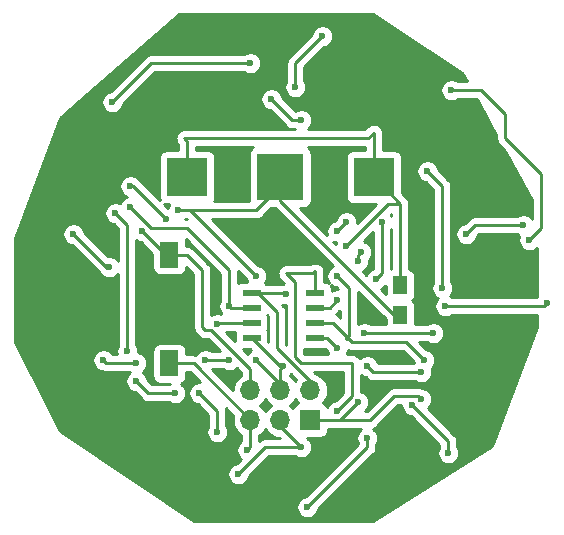
<source format=gbl>
G04 #@! TF.GenerationSoftware,KiCad,Pcbnew,(5.1.0-0)*
G04 #@! TF.CreationDate,2019-09-27T23:47:09+01:00*
G04 #@! TF.ProjectId,badge,62616467-652e-46b6-9963-61645f706362,rev?*
G04 #@! TF.SameCoordinates,Original*
G04 #@! TF.FileFunction,Copper,L2,Bot*
G04 #@! TF.FilePolarity,Positive*
%FSLAX46Y46*%
G04 Gerber Fmt 4.6, Leading zero omitted, Abs format (unit mm)*
G04 Created by KiCad (PCBNEW (5.1.0-0)) date 2019-09-27 23:47:09*
%MOMM*%
%LPD*%
G04 APERTURE LIST*
%ADD10R,1.700000X1.700000*%
%ADD11O,1.700000X1.700000*%
%ADD12R,3.500000X3.300000*%
%ADD13R,4.000000X4.000000*%
%ADD14R,1.250000X1.500000*%
%ADD15R,1.600000X2.180000*%
%ADD16R,1.550000X0.600000*%
%ADD17C,0.600000*%
%ADD18C,0.250000*%
%ADD19C,0.254000*%
G04 APERTURE END LIST*
D10*
X211836000Y-86614000D03*
D11*
X211836000Y-84074000D03*
X209296000Y-86614000D03*
X209296000Y-84074000D03*
X206756000Y-86614000D03*
X206756000Y-84074000D03*
D12*
X201396000Y-66040000D03*
X217196000Y-66040000D03*
D13*
X209296000Y-66040000D03*
D14*
X219456000Y-75204000D03*
X219456000Y-77704000D03*
D15*
X199898000Y-81806000D03*
X199898000Y-72626000D03*
D16*
X212250000Y-75819000D03*
X212250000Y-77089000D03*
X212250000Y-78359000D03*
X212250000Y-79629000D03*
X206850000Y-79629000D03*
X206850000Y-78359000D03*
X206850000Y-77089000D03*
X206850000Y-75819000D03*
D17*
X209804000Y-75946000D03*
X214884000Y-71882000D03*
X214122000Y-80518000D03*
X207264000Y-74422000D03*
X197612000Y-70612000D03*
X200660000Y-68834000D03*
X229870000Y-70104000D03*
X225044000Y-70866000D03*
X217932000Y-69850000D03*
X217424000Y-74676000D03*
X221234000Y-84836000D03*
X215900000Y-85090000D03*
X203962000Y-87630000D03*
X202438000Y-84328000D03*
X200406000Y-84328000D03*
X197104000Y-83312000D03*
X196342000Y-80772000D03*
X195326000Y-69088000D03*
X196596000Y-66802000D03*
X199644000Y-69596000D03*
X203962000Y-78486000D03*
X197104000Y-81788000D03*
X194310000Y-81534000D03*
X196596000Y-68580000D03*
X204978000Y-76962000D03*
X205740000Y-91186000D03*
X211074000Y-88900000D03*
X223520000Y-89408000D03*
X220472000Y-85344000D03*
X223266000Y-76962000D03*
X231902000Y-76708000D03*
X202946000Y-81534000D03*
X204978000Y-81534000D03*
X207264000Y-81534000D03*
X194818000Y-73660000D03*
X191770000Y-70866000D03*
X209550000Y-82042000D03*
X216408000Y-79248000D03*
X222250000Y-79248000D03*
X223012000Y-75438000D03*
X221742000Y-65532000D03*
X223774000Y-58674000D03*
X230378000Y-71374000D03*
X206502000Y-89154000D03*
X214122000Y-85852000D03*
X214122000Y-76454000D03*
X208534000Y-59436000D03*
X211074000Y-61214000D03*
X214122000Y-70612000D03*
X214884000Y-69850000D03*
X216154000Y-72390000D03*
X215900000Y-73152000D03*
X214122000Y-74422000D03*
X221234000Y-82550000D03*
X216662000Y-82042000D03*
X216662000Y-88138000D03*
X211582000Y-93980000D03*
X221488000Y-81534000D03*
X210566000Y-58420000D03*
X212852000Y-54102000D03*
X206756000Y-56388000D03*
X195072000Y-59690000D03*
D18*
X219456000Y-68326000D02*
X218440000Y-68326000D01*
X209677000Y-75819000D02*
X206850000Y-75819000D01*
X209804000Y-75946000D02*
X209677000Y-75819000D01*
X218440000Y-68326000D02*
X214884000Y-71882000D01*
X206850000Y-75819000D02*
X207391000Y-75819000D01*
X207391000Y-75819000D02*
X209042000Y-77470000D01*
X209042000Y-77470000D02*
X209042000Y-80518000D01*
X209042000Y-80518000D02*
X209296000Y-80772000D01*
X211836000Y-84074000D02*
X211836000Y-83312000D01*
X211836000Y-83312000D02*
X209296000Y-80772000D01*
X217196000Y-66040000D02*
X217196000Y-62256000D01*
X201396000Y-62966000D02*
X201396000Y-66040000D01*
X201168000Y-62738000D02*
X201396000Y-62966000D01*
X216714000Y-62738000D02*
X201168000Y-62738000D01*
X217196000Y-62256000D02*
X216714000Y-62738000D01*
X219456000Y-75204000D02*
X219456000Y-68326000D01*
X219456000Y-68326000D02*
X219456000Y-68300000D01*
X219456000Y-68300000D02*
X217196000Y-66040000D01*
X206756000Y-84074000D02*
X206756000Y-82296000D01*
X201404000Y-72626000D02*
X199898000Y-72626000D01*
X202692000Y-73914000D02*
X201404000Y-72626000D01*
X202692000Y-78740000D02*
X202692000Y-73914000D01*
X202946000Y-78994000D02*
X202692000Y-78740000D01*
X203454000Y-78994000D02*
X202946000Y-78994000D01*
X206756000Y-82296000D02*
X203454000Y-78994000D01*
X200660000Y-68834000D02*
X201676000Y-68834000D01*
X213233000Y-79629000D02*
X212250000Y-79629000D01*
X214122000Y-80518000D02*
X213233000Y-79629000D01*
X201676000Y-68834000D02*
X207264000Y-74422000D01*
X199898000Y-72626000D02*
X199626000Y-72626000D01*
X199626000Y-72626000D02*
X197612000Y-70612000D01*
X200660000Y-68834000D02*
X207264000Y-68834000D01*
X207264000Y-68834000D02*
X209296000Y-66802000D01*
X209296000Y-66802000D02*
X209296000Y-66040000D01*
X219456000Y-77704000D02*
X218928000Y-77704000D01*
X218928000Y-77704000D02*
X209296000Y-68072000D01*
X209296000Y-68072000D02*
X209296000Y-66040000D01*
X225806000Y-70104000D02*
X229870000Y-70104000D01*
X225044000Y-70866000D02*
X225806000Y-70104000D01*
X217932000Y-74168000D02*
X217932000Y-69850000D01*
X217424000Y-74676000D02*
X217932000Y-74168000D01*
X211836000Y-86614000D02*
X216916000Y-86614000D01*
X220980000Y-84582000D02*
X221234000Y-84836000D01*
X218948000Y-84582000D02*
X220980000Y-84582000D01*
X216916000Y-86614000D02*
X218948000Y-84582000D01*
X214376000Y-86614000D02*
X211836000Y-86614000D01*
X215900000Y-85090000D02*
X214376000Y-86614000D01*
X203962000Y-85852000D02*
X203962000Y-87630000D01*
X202438000Y-84328000D02*
X203962000Y-85852000D01*
X198120000Y-84328000D02*
X200406000Y-84328000D01*
X197104000Y-83312000D02*
X198120000Y-84328000D01*
X196342000Y-70104000D02*
X196342000Y-80772000D01*
X195326000Y-69088000D02*
X196342000Y-70104000D01*
X196850000Y-66802000D02*
X196596000Y-66802000D01*
X199644000Y-69596000D02*
X196850000Y-66802000D01*
X204089000Y-78359000D02*
X206850000Y-78359000D01*
X203962000Y-78486000D02*
X204089000Y-78359000D01*
X194564000Y-81788000D02*
X197104000Y-81788000D01*
X194310000Y-81534000D02*
X194564000Y-81788000D01*
X204978000Y-76962000D02*
X204978000Y-73914000D01*
X198374000Y-70358000D02*
X196596000Y-68580000D01*
X201422000Y-70358000D02*
X198374000Y-70358000D01*
X204978000Y-73914000D02*
X201422000Y-70358000D01*
X205105000Y-77089000D02*
X206850000Y-77089000D01*
X204978000Y-76962000D02*
X205105000Y-77089000D01*
X211074000Y-88900000D02*
X208026000Y-88900000D01*
X208026000Y-88900000D02*
X205740000Y-91186000D01*
X211074000Y-88900000D02*
X209296000Y-87122000D01*
X209296000Y-87122000D02*
X209296000Y-86614000D01*
X223520000Y-88392000D02*
X223520000Y-89408000D01*
X220472000Y-85344000D02*
X223520000Y-88392000D01*
X231648000Y-76962000D02*
X223266000Y-76962000D01*
X231902000Y-76708000D02*
X231648000Y-76962000D01*
X209296000Y-84074000D02*
X209296000Y-83566000D01*
X209296000Y-83566000D02*
X207264000Y-81534000D01*
X204978000Y-81534000D02*
X202946000Y-81534000D01*
X194564000Y-73660000D02*
X194818000Y-73660000D01*
X191770000Y-70866000D02*
X194564000Y-73660000D01*
X209550000Y-82042000D02*
X209263000Y-82042000D01*
X209263000Y-82042000D02*
X206850000Y-79629000D01*
X209296000Y-82296000D02*
X209296000Y-84074000D01*
X209550000Y-82042000D02*
X209296000Y-82296000D01*
X222250000Y-79248000D02*
X216408000Y-79248000D01*
X223012000Y-66802000D02*
X223012000Y-75438000D01*
X221742000Y-65532000D02*
X223012000Y-66802000D01*
X226314000Y-58674000D02*
X223774000Y-58674000D01*
X228346000Y-60706000D02*
X226314000Y-58674000D01*
X228346000Y-62738000D02*
X228346000Y-60706000D01*
X231394000Y-65786000D02*
X228346000Y-62738000D01*
X231394000Y-70358000D02*
X231394000Y-65786000D01*
X230378000Y-71374000D02*
X231394000Y-70358000D01*
X215392000Y-81788000D02*
X215392000Y-84582000D01*
X212250000Y-74008000D02*
X212090000Y-74168000D01*
X212090000Y-74168000D02*
X209804000Y-74168000D01*
X209804000Y-74168000D02*
X210566000Y-74930000D01*
X210566000Y-74930000D02*
X210566000Y-81280000D01*
X210566000Y-81280000D02*
X211074000Y-81788000D01*
X211074000Y-81788000D02*
X215392000Y-81788000D01*
X212250000Y-75819000D02*
X212250000Y-74008000D01*
X206756000Y-88900000D02*
X206756000Y-86614000D01*
X206502000Y-89154000D02*
X206756000Y-88900000D01*
X215392000Y-84582000D02*
X214122000Y-85852000D01*
X199898000Y-81806000D02*
X201948000Y-81806000D01*
X201948000Y-81806000D02*
X206756000Y-86614000D01*
X213487000Y-77089000D02*
X212250000Y-77089000D01*
X214122000Y-76454000D02*
X213487000Y-77089000D01*
X214884000Y-79756000D02*
X214884000Y-79502000D01*
X208534000Y-59436000D02*
X210312000Y-61214000D01*
X210312000Y-61214000D02*
X211074000Y-61214000D01*
X214122000Y-70612000D02*
X214884000Y-69850000D01*
X216154000Y-72390000D02*
X215900000Y-72644000D01*
X215900000Y-72644000D02*
X215900000Y-73152000D01*
X214122000Y-74422000D02*
X215138000Y-75438000D01*
X215138000Y-75438000D02*
X215138000Y-79502000D01*
X215138000Y-79502000D02*
X214884000Y-79756000D01*
X214884000Y-79502000D02*
X214630000Y-79248000D01*
X217170000Y-82550000D02*
X221234000Y-82550000D01*
X216662000Y-82042000D02*
X217170000Y-82550000D01*
X216662000Y-88900000D02*
X216662000Y-88138000D01*
X211582000Y-93980000D02*
X216662000Y-88900000D01*
X213741000Y-78359000D02*
X212250000Y-78359000D01*
X214630000Y-79248000D02*
X213741000Y-78359000D01*
X215392000Y-80010000D02*
X214630000Y-79248000D01*
X219964000Y-80010000D02*
X215392000Y-80010000D01*
X221488000Y-81534000D02*
X219964000Y-80010000D01*
X210566000Y-56388000D02*
X210566000Y-58420000D01*
X212852000Y-54102000D02*
X210566000Y-56388000D01*
X198374000Y-56388000D02*
X206756000Y-56388000D01*
X195072000Y-59690000D02*
X198374000Y-56388000D01*
D19*
G36*
X224693934Y-57238591D02*
G01*
X225069161Y-57914000D01*
X224319535Y-57914000D01*
X224216889Y-57845414D01*
X224046729Y-57774932D01*
X223866089Y-57739000D01*
X223681911Y-57739000D01*
X223501271Y-57774932D01*
X223331111Y-57845414D01*
X223177972Y-57947738D01*
X223047738Y-58077972D01*
X222945414Y-58231111D01*
X222874932Y-58401271D01*
X222839000Y-58581911D01*
X222839000Y-58766089D01*
X222874932Y-58946729D01*
X222945414Y-59116889D01*
X223047738Y-59270028D01*
X223177972Y-59400262D01*
X223331111Y-59502586D01*
X223501271Y-59573068D01*
X223681911Y-59609000D01*
X223866089Y-59609000D01*
X224046729Y-59573068D01*
X224216889Y-59502586D01*
X224319535Y-59434000D01*
X225913606Y-59434000D01*
X227586000Y-62444310D01*
X227586000Y-62700677D01*
X227582324Y-62738000D01*
X227586000Y-62775322D01*
X227586000Y-62775332D01*
X227596997Y-62886985D01*
X227620966Y-62966000D01*
X227640454Y-63030246D01*
X227711026Y-63162276D01*
X227750871Y-63210826D01*
X227805999Y-63278001D01*
X227835003Y-63301804D01*
X228346615Y-63813416D01*
X230634000Y-67930710D01*
X230634000Y-69564451D01*
X230596262Y-69507972D01*
X230466028Y-69377738D01*
X230312889Y-69275414D01*
X230142729Y-69204932D01*
X229962089Y-69169000D01*
X229777911Y-69169000D01*
X229597271Y-69204932D01*
X229427111Y-69275414D01*
X229324465Y-69344000D01*
X225843325Y-69344000D01*
X225806000Y-69340324D01*
X225768675Y-69344000D01*
X225768667Y-69344000D01*
X225657014Y-69354997D01*
X225513753Y-69398454D01*
X225381724Y-69469026D01*
X225265999Y-69563999D01*
X225242201Y-69592997D01*
X224892351Y-69942847D01*
X224771271Y-69966932D01*
X224601111Y-70037414D01*
X224447972Y-70139738D01*
X224317738Y-70269972D01*
X224215414Y-70423111D01*
X224144932Y-70593271D01*
X224109000Y-70773911D01*
X224109000Y-70958089D01*
X224144932Y-71138729D01*
X224215414Y-71308889D01*
X224317738Y-71462028D01*
X224447972Y-71592262D01*
X224601111Y-71694586D01*
X224771271Y-71765068D01*
X224951911Y-71801000D01*
X225136089Y-71801000D01*
X225316729Y-71765068D01*
X225486889Y-71694586D01*
X225640028Y-71592262D01*
X225770262Y-71462028D01*
X225872586Y-71308889D01*
X225943068Y-71138729D01*
X225967153Y-71017649D01*
X226120802Y-70864000D01*
X229324465Y-70864000D01*
X229427111Y-70932586D01*
X229530982Y-70975610D01*
X229478932Y-71101271D01*
X229443000Y-71281911D01*
X229443000Y-71466089D01*
X229478932Y-71646729D01*
X229549414Y-71816889D01*
X229651738Y-71970028D01*
X229781972Y-72100262D01*
X229935111Y-72202586D01*
X230105271Y-72273068D01*
X230285911Y-72309000D01*
X230470089Y-72309000D01*
X230650729Y-72273068D01*
X230820889Y-72202586D01*
X230974028Y-72100262D01*
X231013000Y-72061290D01*
X231013000Y-76202000D01*
X223811535Y-76202000D01*
X223708889Y-76133414D01*
X223659382Y-76112908D01*
X223738262Y-76034028D01*
X223840586Y-75880889D01*
X223911068Y-75710729D01*
X223947000Y-75530089D01*
X223947000Y-75345911D01*
X223911068Y-75165271D01*
X223840586Y-74995111D01*
X223772000Y-74892465D01*
X223772000Y-66839322D01*
X223775676Y-66801999D01*
X223772000Y-66764676D01*
X223772000Y-66764667D01*
X223761003Y-66653014D01*
X223717546Y-66509753D01*
X223646974Y-66377724D01*
X223552001Y-66261999D01*
X223523003Y-66238201D01*
X222665153Y-65380351D01*
X222641068Y-65259271D01*
X222570586Y-65089111D01*
X222468262Y-64935972D01*
X222338028Y-64805738D01*
X222184889Y-64703414D01*
X222014729Y-64632932D01*
X221834089Y-64597000D01*
X221649911Y-64597000D01*
X221469271Y-64632932D01*
X221299111Y-64703414D01*
X221145972Y-64805738D01*
X221015738Y-64935972D01*
X220913414Y-65089111D01*
X220842932Y-65259271D01*
X220807000Y-65439911D01*
X220807000Y-65624089D01*
X220842932Y-65804729D01*
X220913414Y-65974889D01*
X221015738Y-66128028D01*
X221145972Y-66258262D01*
X221299111Y-66360586D01*
X221469271Y-66431068D01*
X221590351Y-66455153D01*
X222252000Y-67116802D01*
X222252001Y-74892463D01*
X222183414Y-74995111D01*
X222112932Y-75165271D01*
X222077000Y-75345911D01*
X222077000Y-75530089D01*
X222112932Y-75710729D01*
X222183414Y-75880889D01*
X222285738Y-76034028D01*
X222415972Y-76164262D01*
X222569111Y-76266586D01*
X222618618Y-76287092D01*
X222539738Y-76365972D01*
X222437414Y-76519111D01*
X222366932Y-76689271D01*
X222331000Y-76869911D01*
X222331000Y-77054089D01*
X222366932Y-77234729D01*
X222437414Y-77404889D01*
X222539738Y-77558028D01*
X222669972Y-77688262D01*
X222823111Y-77790586D01*
X222993271Y-77861068D01*
X223173911Y-77897000D01*
X223358089Y-77897000D01*
X223538729Y-77861068D01*
X223708889Y-77790586D01*
X223811535Y-77722000D01*
X231013000Y-77722000D01*
X231013000Y-78716970D01*
X227226196Y-88815112D01*
X217133576Y-95123000D01*
X201968452Y-95123000D01*
X190598509Y-87543038D01*
X186817000Y-79980020D01*
X186817000Y-71143030D01*
X186955419Y-70773911D01*
X190835000Y-70773911D01*
X190835000Y-70958089D01*
X190870932Y-71138729D01*
X190941414Y-71308889D01*
X191043738Y-71462028D01*
X191173972Y-71592262D01*
X191327111Y-71694586D01*
X191497271Y-71765068D01*
X191618352Y-71789153D01*
X194000201Y-74171003D01*
X194023999Y-74200001D01*
X194091094Y-74255065D01*
X194091738Y-74256028D01*
X194221972Y-74386262D01*
X194375111Y-74488586D01*
X194545271Y-74559068D01*
X194725911Y-74595000D01*
X194910089Y-74595000D01*
X195090729Y-74559068D01*
X195260889Y-74488586D01*
X195414028Y-74386262D01*
X195544262Y-74256028D01*
X195582000Y-74199548D01*
X195582001Y-80226463D01*
X195513414Y-80329111D01*
X195442932Y-80499271D01*
X195407000Y-80679911D01*
X195407000Y-80864089D01*
X195439604Y-81028000D01*
X195096417Y-81028000D01*
X195036262Y-80937972D01*
X194906028Y-80807738D01*
X194752889Y-80705414D01*
X194582729Y-80634932D01*
X194402089Y-80599000D01*
X194217911Y-80599000D01*
X194037271Y-80634932D01*
X193867111Y-80705414D01*
X193713972Y-80807738D01*
X193583738Y-80937972D01*
X193481414Y-81091111D01*
X193410932Y-81261271D01*
X193375000Y-81441911D01*
X193375000Y-81626089D01*
X193410932Y-81806729D01*
X193481414Y-81976889D01*
X193583738Y-82130028D01*
X193713972Y-82260262D01*
X193867111Y-82362586D01*
X194037271Y-82433068D01*
X194217911Y-82469000D01*
X194225831Y-82469000D01*
X194271753Y-82493546D01*
X194415014Y-82537003D01*
X194526667Y-82548000D01*
X194526676Y-82548000D01*
X194563999Y-82551676D01*
X194601322Y-82548000D01*
X196558465Y-82548000D01*
X196561458Y-82550000D01*
X196507972Y-82585738D01*
X196377738Y-82715972D01*
X196275414Y-82869111D01*
X196204932Y-83039271D01*
X196169000Y-83219911D01*
X196169000Y-83404089D01*
X196204932Y-83584729D01*
X196275414Y-83754889D01*
X196377738Y-83908028D01*
X196507972Y-84038262D01*
X196661111Y-84140586D01*
X196831271Y-84211068D01*
X196952351Y-84235153D01*
X197556200Y-84839002D01*
X197579999Y-84868001D01*
X197608997Y-84891799D01*
X197695723Y-84962974D01*
X197827753Y-85033546D01*
X197971014Y-85077003D01*
X198082667Y-85088000D01*
X198082677Y-85088000D01*
X198120000Y-85091676D01*
X198157322Y-85088000D01*
X199860465Y-85088000D01*
X199963111Y-85156586D01*
X200133271Y-85227068D01*
X200313911Y-85263000D01*
X200498089Y-85263000D01*
X200678729Y-85227068D01*
X200848889Y-85156586D01*
X201002028Y-85054262D01*
X201132262Y-84924028D01*
X201234586Y-84770889D01*
X201305068Y-84600729D01*
X201341000Y-84420089D01*
X201341000Y-84235911D01*
X201305068Y-84055271D01*
X201234586Y-83885111D01*
X201132262Y-83731972D01*
X201002028Y-83601738D01*
X200863698Y-83509309D01*
X200942180Y-83485502D01*
X201052494Y-83426537D01*
X201149185Y-83347185D01*
X201228537Y-83250494D01*
X201287502Y-83140180D01*
X201323812Y-83020482D01*
X201336072Y-82896000D01*
X201336072Y-82566000D01*
X201633199Y-82566000D01*
X202460199Y-83393000D01*
X202345911Y-83393000D01*
X202165271Y-83428932D01*
X201995111Y-83499414D01*
X201841972Y-83601738D01*
X201711738Y-83731972D01*
X201609414Y-83885111D01*
X201538932Y-84055271D01*
X201503000Y-84235911D01*
X201503000Y-84420089D01*
X201538932Y-84600729D01*
X201609414Y-84770889D01*
X201711738Y-84924028D01*
X201841972Y-85054262D01*
X201995111Y-85156586D01*
X202165271Y-85227068D01*
X202286351Y-85251153D01*
X203202000Y-86166803D01*
X203202001Y-87084464D01*
X203133414Y-87187111D01*
X203062932Y-87357271D01*
X203027000Y-87537911D01*
X203027000Y-87722089D01*
X203062932Y-87902729D01*
X203133414Y-88072889D01*
X203235738Y-88226028D01*
X203365972Y-88356262D01*
X203519111Y-88458586D01*
X203689271Y-88529068D01*
X203869911Y-88565000D01*
X204054089Y-88565000D01*
X204234729Y-88529068D01*
X204404889Y-88458586D01*
X204558028Y-88356262D01*
X204688262Y-88226028D01*
X204790586Y-88072889D01*
X204861068Y-87902729D01*
X204897000Y-87722089D01*
X204897000Y-87537911D01*
X204861068Y-87357271D01*
X204790586Y-87187111D01*
X204722000Y-87084465D01*
X204722000Y-85889322D01*
X204725676Y-85851999D01*
X204722000Y-85814676D01*
X204722000Y-85814667D01*
X204711003Y-85703014D01*
X204685222Y-85618024D01*
X205315203Y-86248005D01*
X205292487Y-86322889D01*
X205263815Y-86614000D01*
X205292487Y-86905111D01*
X205377401Y-87185034D01*
X205515294Y-87443014D01*
X205700866Y-87669134D01*
X205926986Y-87854706D01*
X205996000Y-87891595D01*
X205996000Y-88367583D01*
X205905972Y-88427738D01*
X205775738Y-88557972D01*
X205673414Y-88711111D01*
X205602932Y-88881271D01*
X205567000Y-89061911D01*
X205567000Y-89246089D01*
X205602932Y-89426729D01*
X205673414Y-89596889D01*
X205775738Y-89750028D01*
X205905972Y-89880262D01*
X205944916Y-89906283D01*
X205588352Y-90262847D01*
X205467271Y-90286932D01*
X205297111Y-90357414D01*
X205143972Y-90459738D01*
X205013738Y-90589972D01*
X204911414Y-90743111D01*
X204840932Y-90913271D01*
X204805000Y-91093911D01*
X204805000Y-91278089D01*
X204840932Y-91458729D01*
X204911414Y-91628889D01*
X205013738Y-91782028D01*
X205143972Y-91912262D01*
X205297111Y-92014586D01*
X205467271Y-92085068D01*
X205647911Y-92121000D01*
X205832089Y-92121000D01*
X206012729Y-92085068D01*
X206182889Y-92014586D01*
X206336028Y-91912262D01*
X206466262Y-91782028D01*
X206568586Y-91628889D01*
X206639068Y-91458729D01*
X206663153Y-91337648D01*
X208340802Y-89660000D01*
X210528465Y-89660000D01*
X210631111Y-89728586D01*
X210801271Y-89799068D01*
X210981911Y-89835000D01*
X211166089Y-89835000D01*
X211346729Y-89799068D01*
X211516889Y-89728586D01*
X211670028Y-89626262D01*
X211800262Y-89496028D01*
X211902586Y-89342889D01*
X211973068Y-89172729D01*
X212009000Y-88992089D01*
X212009000Y-88807911D01*
X211973068Y-88627271D01*
X211902586Y-88457111D01*
X211800262Y-88303972D01*
X211670028Y-88173738D01*
X211562772Y-88102072D01*
X212686000Y-88102072D01*
X212810482Y-88089812D01*
X212930180Y-88053502D01*
X213040494Y-87994537D01*
X213137185Y-87915185D01*
X213216537Y-87818494D01*
X213275502Y-87708180D01*
X213311812Y-87588482D01*
X213324072Y-87464000D01*
X213324072Y-87374000D01*
X214338678Y-87374000D01*
X214376000Y-87377676D01*
X214413322Y-87374000D01*
X216122451Y-87374000D01*
X216065972Y-87411738D01*
X215935738Y-87541972D01*
X215833414Y-87695111D01*
X215762932Y-87865271D01*
X215727000Y-88045911D01*
X215727000Y-88230089D01*
X215762932Y-88410729D01*
X215833414Y-88580889D01*
X215862612Y-88624586D01*
X211430352Y-93056847D01*
X211309271Y-93080932D01*
X211139111Y-93151414D01*
X210985972Y-93253738D01*
X210855738Y-93383972D01*
X210753414Y-93537111D01*
X210682932Y-93707271D01*
X210647000Y-93887911D01*
X210647000Y-94072089D01*
X210682932Y-94252729D01*
X210753414Y-94422889D01*
X210855738Y-94576028D01*
X210985972Y-94706262D01*
X211139111Y-94808586D01*
X211309271Y-94879068D01*
X211489911Y-94915000D01*
X211674089Y-94915000D01*
X211854729Y-94879068D01*
X212024889Y-94808586D01*
X212178028Y-94706262D01*
X212308262Y-94576028D01*
X212410586Y-94422889D01*
X212481068Y-94252729D01*
X212505153Y-94131648D01*
X217173004Y-89463798D01*
X217202001Y-89440001D01*
X217281699Y-89342889D01*
X217296974Y-89324277D01*
X217367546Y-89192247D01*
X217367546Y-89192246D01*
X217411003Y-89048986D01*
X217422000Y-88937333D01*
X217422000Y-88937323D01*
X217425676Y-88900000D01*
X217422000Y-88862677D01*
X217422000Y-88683535D01*
X217490586Y-88580889D01*
X217561068Y-88410729D01*
X217597000Y-88230089D01*
X217597000Y-88045911D01*
X217561068Y-87865271D01*
X217490586Y-87695111D01*
X217388262Y-87541972D01*
X217258028Y-87411738D01*
X217147590Y-87337946D01*
X217208247Y-87319546D01*
X217340276Y-87248974D01*
X217456001Y-87154001D01*
X217479804Y-87124997D01*
X219262802Y-85342000D01*
X219537000Y-85342000D01*
X219537000Y-85436089D01*
X219572932Y-85616729D01*
X219643414Y-85786889D01*
X219745738Y-85940028D01*
X219875972Y-86070262D01*
X220029111Y-86172586D01*
X220199271Y-86243068D01*
X220320352Y-86267153D01*
X222760000Y-88706802D01*
X222760000Y-88862464D01*
X222691414Y-88965111D01*
X222620932Y-89135271D01*
X222585000Y-89315911D01*
X222585000Y-89500089D01*
X222620932Y-89680729D01*
X222691414Y-89850889D01*
X222793738Y-90004028D01*
X222923972Y-90134262D01*
X223077111Y-90236586D01*
X223247271Y-90307068D01*
X223427911Y-90343000D01*
X223612089Y-90343000D01*
X223792729Y-90307068D01*
X223962889Y-90236586D01*
X224116028Y-90134262D01*
X224246262Y-90004028D01*
X224348586Y-89850889D01*
X224419068Y-89680729D01*
X224455000Y-89500089D01*
X224455000Y-89315911D01*
X224419068Y-89135271D01*
X224348586Y-88965111D01*
X224280000Y-88862465D01*
X224280000Y-88429323D01*
X224283676Y-88392000D01*
X224280000Y-88354677D01*
X224280000Y-88354667D01*
X224269003Y-88243014D01*
X224225546Y-88099753D01*
X224200824Y-88053502D01*
X224154974Y-87967723D01*
X224083799Y-87880997D01*
X224060001Y-87851999D01*
X224031004Y-87828202D01*
X221791084Y-85588283D01*
X221830028Y-85562262D01*
X221960262Y-85432028D01*
X222062586Y-85278889D01*
X222133068Y-85108729D01*
X222169000Y-84928089D01*
X222169000Y-84743911D01*
X222133068Y-84563271D01*
X222062586Y-84393111D01*
X221960262Y-84239972D01*
X221830028Y-84109738D01*
X221676889Y-84007414D01*
X221506729Y-83936932D01*
X221326089Y-83901000D01*
X221318169Y-83901000D01*
X221272247Y-83876454D01*
X221128986Y-83832997D01*
X221017333Y-83822000D01*
X221017322Y-83822000D01*
X220980000Y-83818324D01*
X220942678Y-83822000D01*
X218985323Y-83822000D01*
X218948000Y-83818324D01*
X218910677Y-83822000D01*
X218910667Y-83822000D01*
X218799014Y-83832997D01*
X218657912Y-83875799D01*
X218655753Y-83876454D01*
X218523723Y-83947026D01*
X218450141Y-84007414D01*
X218407999Y-84041999D01*
X218384201Y-84070997D01*
X216601199Y-85854000D01*
X216439549Y-85854000D01*
X216496028Y-85816262D01*
X216626262Y-85686028D01*
X216728586Y-85532889D01*
X216799068Y-85362729D01*
X216835000Y-85182089D01*
X216835000Y-84997911D01*
X216799068Y-84817271D01*
X216728586Y-84647111D01*
X216626262Y-84493972D01*
X216496028Y-84363738D01*
X216342889Y-84261414D01*
X216172729Y-84190932D01*
X216152000Y-84186809D01*
X216152000Y-82825744D01*
X216219111Y-82870586D01*
X216389271Y-82941068D01*
X216510351Y-82965153D01*
X216606200Y-83061002D01*
X216629999Y-83090001D01*
X216745724Y-83184974D01*
X216877753Y-83255546D01*
X217021014Y-83299003D01*
X217132667Y-83310000D01*
X217132676Y-83310000D01*
X217169999Y-83313676D01*
X217207322Y-83310000D01*
X220688465Y-83310000D01*
X220791111Y-83378586D01*
X220961271Y-83449068D01*
X221141911Y-83485000D01*
X221326089Y-83485000D01*
X221506729Y-83449068D01*
X221676889Y-83378586D01*
X221830028Y-83276262D01*
X221960262Y-83146028D01*
X222062586Y-82992889D01*
X222133068Y-82822729D01*
X222169000Y-82642089D01*
X222169000Y-82457911D01*
X222133068Y-82277271D01*
X222113723Y-82230567D01*
X222214262Y-82130028D01*
X222316586Y-81976889D01*
X222387068Y-81806729D01*
X222423000Y-81626089D01*
X222423000Y-81441911D01*
X222387068Y-81261271D01*
X222316586Y-81091111D01*
X222214262Y-80937972D01*
X222084028Y-80807738D01*
X221930889Y-80705414D01*
X221760729Y-80634932D01*
X221639650Y-80610848D01*
X221036802Y-80008000D01*
X221704465Y-80008000D01*
X221807111Y-80076586D01*
X221977271Y-80147068D01*
X222157911Y-80183000D01*
X222342089Y-80183000D01*
X222522729Y-80147068D01*
X222692889Y-80076586D01*
X222846028Y-79974262D01*
X222976262Y-79844028D01*
X223078586Y-79690889D01*
X223149068Y-79520729D01*
X223185000Y-79340089D01*
X223185000Y-79155911D01*
X223149068Y-78975271D01*
X223078586Y-78805111D01*
X222976262Y-78651972D01*
X222846028Y-78521738D01*
X222692889Y-78419414D01*
X222522729Y-78348932D01*
X222342089Y-78313000D01*
X222157911Y-78313000D01*
X221977271Y-78348932D01*
X221807111Y-78419414D01*
X221704465Y-78488000D01*
X220715723Y-78488000D01*
X220719072Y-78454000D01*
X220719072Y-76954000D01*
X220706812Y-76829518D01*
X220670502Y-76709820D01*
X220611537Y-76599506D01*
X220532185Y-76502815D01*
X220472704Y-76454000D01*
X220532185Y-76405185D01*
X220611537Y-76308494D01*
X220670502Y-76198180D01*
X220706812Y-76078482D01*
X220719072Y-75954000D01*
X220719072Y-74454000D01*
X220706812Y-74329518D01*
X220670502Y-74209820D01*
X220611537Y-74099506D01*
X220532185Y-74002815D01*
X220435494Y-73923463D01*
X220325180Y-73864498D01*
X220216000Y-73831379D01*
X220216000Y-68363332D01*
X220219677Y-68326000D01*
X220218396Y-68312995D01*
X220219676Y-68300000D01*
X220216000Y-68262675D01*
X220216000Y-68262668D01*
X220205003Y-68151015D01*
X220202021Y-68141185D01*
X220161546Y-68007753D01*
X220090974Y-67875724D01*
X220019799Y-67788997D01*
X220019798Y-67788996D01*
X219996001Y-67759999D01*
X219967003Y-67736201D01*
X219584072Y-67353270D01*
X219584072Y-64390000D01*
X219571812Y-64265518D01*
X219535502Y-64145820D01*
X219476537Y-64035506D01*
X219397185Y-63938815D01*
X219300494Y-63859463D01*
X219190180Y-63800498D01*
X219070482Y-63764188D01*
X218946000Y-63751928D01*
X217956000Y-63751928D01*
X217956000Y-62293323D01*
X217959676Y-62256000D01*
X217956000Y-62218677D01*
X217956000Y-62218667D01*
X217945003Y-62107014D01*
X217901546Y-61963753D01*
X217830974Y-61831724D01*
X217736001Y-61715999D01*
X217620276Y-61621026D01*
X217488247Y-61550454D01*
X217344986Y-61506997D01*
X217196000Y-61492323D01*
X217047015Y-61506997D01*
X216947210Y-61537272D01*
X216903753Y-61550454D01*
X216771723Y-61621026D01*
X216686569Y-61690912D01*
X216656000Y-61715999D01*
X216632202Y-61744997D01*
X216399199Y-61978000D01*
X211613549Y-61978000D01*
X211670028Y-61940262D01*
X211800262Y-61810028D01*
X211902586Y-61656889D01*
X211973068Y-61486729D01*
X212009000Y-61306089D01*
X212009000Y-61121911D01*
X211973068Y-60941271D01*
X211902586Y-60771111D01*
X211800262Y-60617972D01*
X211670028Y-60487738D01*
X211516889Y-60385414D01*
X211346729Y-60314932D01*
X211166089Y-60279000D01*
X210981911Y-60279000D01*
X210801271Y-60314932D01*
X210631111Y-60385414D01*
X210587414Y-60414612D01*
X209457153Y-59284351D01*
X209433068Y-59163271D01*
X209362586Y-58993111D01*
X209260262Y-58839972D01*
X209130028Y-58709738D01*
X208976889Y-58607414D01*
X208806729Y-58536932D01*
X208626089Y-58501000D01*
X208441911Y-58501000D01*
X208261271Y-58536932D01*
X208091111Y-58607414D01*
X207937972Y-58709738D01*
X207807738Y-58839972D01*
X207705414Y-58993111D01*
X207634932Y-59163271D01*
X207599000Y-59343911D01*
X207599000Y-59528089D01*
X207634932Y-59708729D01*
X207705414Y-59878889D01*
X207807738Y-60032028D01*
X207937972Y-60162262D01*
X208091111Y-60264586D01*
X208261271Y-60335068D01*
X208382351Y-60359153D01*
X209748201Y-61725003D01*
X209771999Y-61754001D01*
X209887724Y-61848974D01*
X210019753Y-61919546D01*
X210163014Y-61963003D01*
X210274667Y-61974000D01*
X210274675Y-61974000D01*
X210312000Y-61977676D01*
X210349325Y-61974000D01*
X210528465Y-61974000D01*
X210534451Y-61978000D01*
X201205322Y-61978000D01*
X201168000Y-61974324D01*
X201130678Y-61978000D01*
X201130667Y-61978000D01*
X201019014Y-61988997D01*
X200875753Y-62032454D01*
X200743724Y-62103026D01*
X200627999Y-62197999D01*
X200533026Y-62313724D01*
X200462454Y-62445753D01*
X200418997Y-62589014D01*
X200404323Y-62738000D01*
X200418997Y-62886986D01*
X200462454Y-63030247D01*
X200533026Y-63162276D01*
X200627999Y-63278001D01*
X200636000Y-63284567D01*
X200636000Y-63751928D01*
X199646000Y-63751928D01*
X199521518Y-63764188D01*
X199401820Y-63800498D01*
X199291506Y-63859463D01*
X199194815Y-63938815D01*
X199115463Y-64035506D01*
X199056498Y-64145820D01*
X199020188Y-64265518D01*
X199007928Y-64390000D01*
X199007928Y-67690000D01*
X199020188Y-67814482D01*
X199056287Y-67933486D01*
X197413804Y-66291003D01*
X197390001Y-66261999D01*
X197322906Y-66206935D01*
X197322262Y-66205972D01*
X197192028Y-66075738D01*
X197038889Y-65973414D01*
X196868729Y-65902932D01*
X196688089Y-65867000D01*
X196503911Y-65867000D01*
X196323271Y-65902932D01*
X196153111Y-65973414D01*
X195999972Y-66075738D01*
X195869738Y-66205972D01*
X195767414Y-66359111D01*
X195696932Y-66529271D01*
X195661000Y-66709911D01*
X195661000Y-66894089D01*
X195696932Y-67074729D01*
X195767414Y-67244889D01*
X195869738Y-67398028D01*
X195999972Y-67528262D01*
X196153111Y-67630586D01*
X196298964Y-67691000D01*
X196153111Y-67751414D01*
X195999972Y-67853738D01*
X195869738Y-67983972D01*
X195767414Y-68137111D01*
X195724390Y-68240982D01*
X195598729Y-68188932D01*
X195418089Y-68153000D01*
X195233911Y-68153000D01*
X195053271Y-68188932D01*
X194883111Y-68259414D01*
X194729972Y-68361738D01*
X194599738Y-68491972D01*
X194497414Y-68645111D01*
X194426932Y-68815271D01*
X194391000Y-68995911D01*
X194391000Y-69180089D01*
X194426932Y-69360729D01*
X194497414Y-69530889D01*
X194599738Y-69684028D01*
X194729972Y-69814262D01*
X194883111Y-69916586D01*
X195053271Y-69987068D01*
X195174351Y-70011153D01*
X195582000Y-70418802D01*
X195582000Y-73120451D01*
X195544262Y-73063972D01*
X195414028Y-72933738D01*
X195260889Y-72831414D01*
X195090729Y-72760932D01*
X194910089Y-72725000D01*
X194725911Y-72725000D01*
X194707470Y-72728668D01*
X192693153Y-70714352D01*
X192669068Y-70593271D01*
X192598586Y-70423111D01*
X192496262Y-70269972D01*
X192366028Y-70139738D01*
X192212889Y-70037414D01*
X192042729Y-69966932D01*
X191862089Y-69931000D01*
X191677911Y-69931000D01*
X191497271Y-69966932D01*
X191327111Y-70037414D01*
X191173972Y-70139738D01*
X191043738Y-70269972D01*
X190941414Y-70423111D01*
X190870932Y-70593271D01*
X190835000Y-70773911D01*
X186955419Y-70773911D01*
X190607690Y-61034525D01*
X192249534Y-59597911D01*
X194137000Y-59597911D01*
X194137000Y-59782089D01*
X194172932Y-59962729D01*
X194243414Y-60132889D01*
X194345738Y-60286028D01*
X194475972Y-60416262D01*
X194629111Y-60518586D01*
X194799271Y-60589068D01*
X194979911Y-60625000D01*
X195164089Y-60625000D01*
X195344729Y-60589068D01*
X195514889Y-60518586D01*
X195668028Y-60416262D01*
X195798262Y-60286028D01*
X195900586Y-60132889D01*
X195971068Y-59962729D01*
X195995153Y-59841648D01*
X197508890Y-58327911D01*
X209631000Y-58327911D01*
X209631000Y-58512089D01*
X209666932Y-58692729D01*
X209737414Y-58862889D01*
X209839738Y-59016028D01*
X209969972Y-59146262D01*
X210123111Y-59248586D01*
X210293271Y-59319068D01*
X210473911Y-59355000D01*
X210658089Y-59355000D01*
X210838729Y-59319068D01*
X211008889Y-59248586D01*
X211162028Y-59146262D01*
X211292262Y-59016028D01*
X211394586Y-58862889D01*
X211465068Y-58692729D01*
X211501000Y-58512089D01*
X211501000Y-58327911D01*
X211465068Y-58147271D01*
X211394586Y-57977111D01*
X211326000Y-57874465D01*
X211326000Y-56702801D01*
X213003649Y-55025153D01*
X213124729Y-55001068D01*
X213294889Y-54930586D01*
X213448028Y-54828262D01*
X213578262Y-54698028D01*
X213680586Y-54544889D01*
X213751068Y-54374729D01*
X213787000Y-54194089D01*
X213787000Y-54009911D01*
X213751068Y-53829271D01*
X213680586Y-53659111D01*
X213578262Y-53505972D01*
X213448028Y-53375738D01*
X213294889Y-53273414D01*
X213124729Y-53202932D01*
X212944089Y-53167000D01*
X212759911Y-53167000D01*
X212579271Y-53202932D01*
X212409111Y-53273414D01*
X212255972Y-53375738D01*
X212125738Y-53505972D01*
X212023414Y-53659111D01*
X211952932Y-53829271D01*
X211928847Y-53950351D01*
X210055003Y-55824196D01*
X210025999Y-55847999D01*
X209970871Y-55915174D01*
X209931026Y-55963724D01*
X209860455Y-56095753D01*
X209860454Y-56095754D01*
X209816997Y-56239015D01*
X209806000Y-56350668D01*
X209806000Y-56350678D01*
X209802324Y-56388000D01*
X209806000Y-56425323D01*
X209806001Y-57874464D01*
X209737414Y-57977111D01*
X209666932Y-58147271D01*
X209631000Y-58327911D01*
X197508890Y-58327911D01*
X198688802Y-57148000D01*
X206210465Y-57148000D01*
X206313111Y-57216586D01*
X206483271Y-57287068D01*
X206663911Y-57323000D01*
X206848089Y-57323000D01*
X207028729Y-57287068D01*
X207198889Y-57216586D01*
X207352028Y-57114262D01*
X207482262Y-56984028D01*
X207584586Y-56830889D01*
X207655068Y-56660729D01*
X207691000Y-56480089D01*
X207691000Y-56295911D01*
X207655068Y-56115271D01*
X207584586Y-55945111D01*
X207482262Y-55791972D01*
X207352028Y-55661738D01*
X207198889Y-55559414D01*
X207028729Y-55488932D01*
X206848089Y-55453000D01*
X206663911Y-55453000D01*
X206483271Y-55488932D01*
X206313111Y-55559414D01*
X206210465Y-55628000D01*
X198411322Y-55628000D01*
X198373999Y-55624324D01*
X198336676Y-55628000D01*
X198336667Y-55628000D01*
X198225014Y-55638997D01*
X198081753Y-55682454D01*
X197949724Y-55753026D01*
X197833999Y-55847999D01*
X197810201Y-55876997D01*
X194920352Y-58766847D01*
X194799271Y-58790932D01*
X194629111Y-58861414D01*
X194475972Y-58963738D01*
X194345738Y-59093972D01*
X194243414Y-59247111D01*
X194172932Y-59417271D01*
X194137000Y-59597911D01*
X192249534Y-59597911D01*
X200707718Y-52197000D01*
X217131548Y-52197000D01*
X224693934Y-57238591D01*
X224693934Y-57238591D01*
G37*
X224693934Y-57238591D02*
X225069161Y-57914000D01*
X224319535Y-57914000D01*
X224216889Y-57845414D01*
X224046729Y-57774932D01*
X223866089Y-57739000D01*
X223681911Y-57739000D01*
X223501271Y-57774932D01*
X223331111Y-57845414D01*
X223177972Y-57947738D01*
X223047738Y-58077972D01*
X222945414Y-58231111D01*
X222874932Y-58401271D01*
X222839000Y-58581911D01*
X222839000Y-58766089D01*
X222874932Y-58946729D01*
X222945414Y-59116889D01*
X223047738Y-59270028D01*
X223177972Y-59400262D01*
X223331111Y-59502586D01*
X223501271Y-59573068D01*
X223681911Y-59609000D01*
X223866089Y-59609000D01*
X224046729Y-59573068D01*
X224216889Y-59502586D01*
X224319535Y-59434000D01*
X225913606Y-59434000D01*
X227586000Y-62444310D01*
X227586000Y-62700677D01*
X227582324Y-62738000D01*
X227586000Y-62775322D01*
X227586000Y-62775332D01*
X227596997Y-62886985D01*
X227620966Y-62966000D01*
X227640454Y-63030246D01*
X227711026Y-63162276D01*
X227750871Y-63210826D01*
X227805999Y-63278001D01*
X227835003Y-63301804D01*
X228346615Y-63813416D01*
X230634000Y-67930710D01*
X230634000Y-69564451D01*
X230596262Y-69507972D01*
X230466028Y-69377738D01*
X230312889Y-69275414D01*
X230142729Y-69204932D01*
X229962089Y-69169000D01*
X229777911Y-69169000D01*
X229597271Y-69204932D01*
X229427111Y-69275414D01*
X229324465Y-69344000D01*
X225843325Y-69344000D01*
X225806000Y-69340324D01*
X225768675Y-69344000D01*
X225768667Y-69344000D01*
X225657014Y-69354997D01*
X225513753Y-69398454D01*
X225381724Y-69469026D01*
X225265999Y-69563999D01*
X225242201Y-69592997D01*
X224892351Y-69942847D01*
X224771271Y-69966932D01*
X224601111Y-70037414D01*
X224447972Y-70139738D01*
X224317738Y-70269972D01*
X224215414Y-70423111D01*
X224144932Y-70593271D01*
X224109000Y-70773911D01*
X224109000Y-70958089D01*
X224144932Y-71138729D01*
X224215414Y-71308889D01*
X224317738Y-71462028D01*
X224447972Y-71592262D01*
X224601111Y-71694586D01*
X224771271Y-71765068D01*
X224951911Y-71801000D01*
X225136089Y-71801000D01*
X225316729Y-71765068D01*
X225486889Y-71694586D01*
X225640028Y-71592262D01*
X225770262Y-71462028D01*
X225872586Y-71308889D01*
X225943068Y-71138729D01*
X225967153Y-71017649D01*
X226120802Y-70864000D01*
X229324465Y-70864000D01*
X229427111Y-70932586D01*
X229530982Y-70975610D01*
X229478932Y-71101271D01*
X229443000Y-71281911D01*
X229443000Y-71466089D01*
X229478932Y-71646729D01*
X229549414Y-71816889D01*
X229651738Y-71970028D01*
X229781972Y-72100262D01*
X229935111Y-72202586D01*
X230105271Y-72273068D01*
X230285911Y-72309000D01*
X230470089Y-72309000D01*
X230650729Y-72273068D01*
X230820889Y-72202586D01*
X230974028Y-72100262D01*
X231013000Y-72061290D01*
X231013000Y-76202000D01*
X223811535Y-76202000D01*
X223708889Y-76133414D01*
X223659382Y-76112908D01*
X223738262Y-76034028D01*
X223840586Y-75880889D01*
X223911068Y-75710729D01*
X223947000Y-75530089D01*
X223947000Y-75345911D01*
X223911068Y-75165271D01*
X223840586Y-74995111D01*
X223772000Y-74892465D01*
X223772000Y-66839322D01*
X223775676Y-66801999D01*
X223772000Y-66764676D01*
X223772000Y-66764667D01*
X223761003Y-66653014D01*
X223717546Y-66509753D01*
X223646974Y-66377724D01*
X223552001Y-66261999D01*
X223523003Y-66238201D01*
X222665153Y-65380351D01*
X222641068Y-65259271D01*
X222570586Y-65089111D01*
X222468262Y-64935972D01*
X222338028Y-64805738D01*
X222184889Y-64703414D01*
X222014729Y-64632932D01*
X221834089Y-64597000D01*
X221649911Y-64597000D01*
X221469271Y-64632932D01*
X221299111Y-64703414D01*
X221145972Y-64805738D01*
X221015738Y-64935972D01*
X220913414Y-65089111D01*
X220842932Y-65259271D01*
X220807000Y-65439911D01*
X220807000Y-65624089D01*
X220842932Y-65804729D01*
X220913414Y-65974889D01*
X221015738Y-66128028D01*
X221145972Y-66258262D01*
X221299111Y-66360586D01*
X221469271Y-66431068D01*
X221590351Y-66455153D01*
X222252000Y-67116802D01*
X222252001Y-74892463D01*
X222183414Y-74995111D01*
X222112932Y-75165271D01*
X222077000Y-75345911D01*
X222077000Y-75530089D01*
X222112932Y-75710729D01*
X222183414Y-75880889D01*
X222285738Y-76034028D01*
X222415972Y-76164262D01*
X222569111Y-76266586D01*
X222618618Y-76287092D01*
X222539738Y-76365972D01*
X222437414Y-76519111D01*
X222366932Y-76689271D01*
X222331000Y-76869911D01*
X222331000Y-77054089D01*
X222366932Y-77234729D01*
X222437414Y-77404889D01*
X222539738Y-77558028D01*
X222669972Y-77688262D01*
X222823111Y-77790586D01*
X222993271Y-77861068D01*
X223173911Y-77897000D01*
X223358089Y-77897000D01*
X223538729Y-77861068D01*
X223708889Y-77790586D01*
X223811535Y-77722000D01*
X231013000Y-77722000D01*
X231013000Y-78716970D01*
X227226196Y-88815112D01*
X217133576Y-95123000D01*
X201968452Y-95123000D01*
X190598509Y-87543038D01*
X186817000Y-79980020D01*
X186817000Y-71143030D01*
X186955419Y-70773911D01*
X190835000Y-70773911D01*
X190835000Y-70958089D01*
X190870932Y-71138729D01*
X190941414Y-71308889D01*
X191043738Y-71462028D01*
X191173972Y-71592262D01*
X191327111Y-71694586D01*
X191497271Y-71765068D01*
X191618352Y-71789153D01*
X194000201Y-74171003D01*
X194023999Y-74200001D01*
X194091094Y-74255065D01*
X194091738Y-74256028D01*
X194221972Y-74386262D01*
X194375111Y-74488586D01*
X194545271Y-74559068D01*
X194725911Y-74595000D01*
X194910089Y-74595000D01*
X195090729Y-74559068D01*
X195260889Y-74488586D01*
X195414028Y-74386262D01*
X195544262Y-74256028D01*
X195582000Y-74199548D01*
X195582001Y-80226463D01*
X195513414Y-80329111D01*
X195442932Y-80499271D01*
X195407000Y-80679911D01*
X195407000Y-80864089D01*
X195439604Y-81028000D01*
X195096417Y-81028000D01*
X195036262Y-80937972D01*
X194906028Y-80807738D01*
X194752889Y-80705414D01*
X194582729Y-80634932D01*
X194402089Y-80599000D01*
X194217911Y-80599000D01*
X194037271Y-80634932D01*
X193867111Y-80705414D01*
X193713972Y-80807738D01*
X193583738Y-80937972D01*
X193481414Y-81091111D01*
X193410932Y-81261271D01*
X193375000Y-81441911D01*
X193375000Y-81626089D01*
X193410932Y-81806729D01*
X193481414Y-81976889D01*
X193583738Y-82130028D01*
X193713972Y-82260262D01*
X193867111Y-82362586D01*
X194037271Y-82433068D01*
X194217911Y-82469000D01*
X194225831Y-82469000D01*
X194271753Y-82493546D01*
X194415014Y-82537003D01*
X194526667Y-82548000D01*
X194526676Y-82548000D01*
X194563999Y-82551676D01*
X194601322Y-82548000D01*
X196558465Y-82548000D01*
X196561458Y-82550000D01*
X196507972Y-82585738D01*
X196377738Y-82715972D01*
X196275414Y-82869111D01*
X196204932Y-83039271D01*
X196169000Y-83219911D01*
X196169000Y-83404089D01*
X196204932Y-83584729D01*
X196275414Y-83754889D01*
X196377738Y-83908028D01*
X196507972Y-84038262D01*
X196661111Y-84140586D01*
X196831271Y-84211068D01*
X196952351Y-84235153D01*
X197556200Y-84839002D01*
X197579999Y-84868001D01*
X197608997Y-84891799D01*
X197695723Y-84962974D01*
X197827753Y-85033546D01*
X197971014Y-85077003D01*
X198082667Y-85088000D01*
X198082677Y-85088000D01*
X198120000Y-85091676D01*
X198157322Y-85088000D01*
X199860465Y-85088000D01*
X199963111Y-85156586D01*
X200133271Y-85227068D01*
X200313911Y-85263000D01*
X200498089Y-85263000D01*
X200678729Y-85227068D01*
X200848889Y-85156586D01*
X201002028Y-85054262D01*
X201132262Y-84924028D01*
X201234586Y-84770889D01*
X201305068Y-84600729D01*
X201341000Y-84420089D01*
X201341000Y-84235911D01*
X201305068Y-84055271D01*
X201234586Y-83885111D01*
X201132262Y-83731972D01*
X201002028Y-83601738D01*
X200863698Y-83509309D01*
X200942180Y-83485502D01*
X201052494Y-83426537D01*
X201149185Y-83347185D01*
X201228537Y-83250494D01*
X201287502Y-83140180D01*
X201323812Y-83020482D01*
X201336072Y-82896000D01*
X201336072Y-82566000D01*
X201633199Y-82566000D01*
X202460199Y-83393000D01*
X202345911Y-83393000D01*
X202165271Y-83428932D01*
X201995111Y-83499414D01*
X201841972Y-83601738D01*
X201711738Y-83731972D01*
X201609414Y-83885111D01*
X201538932Y-84055271D01*
X201503000Y-84235911D01*
X201503000Y-84420089D01*
X201538932Y-84600729D01*
X201609414Y-84770889D01*
X201711738Y-84924028D01*
X201841972Y-85054262D01*
X201995111Y-85156586D01*
X202165271Y-85227068D01*
X202286351Y-85251153D01*
X203202000Y-86166803D01*
X203202001Y-87084464D01*
X203133414Y-87187111D01*
X203062932Y-87357271D01*
X203027000Y-87537911D01*
X203027000Y-87722089D01*
X203062932Y-87902729D01*
X203133414Y-88072889D01*
X203235738Y-88226028D01*
X203365972Y-88356262D01*
X203519111Y-88458586D01*
X203689271Y-88529068D01*
X203869911Y-88565000D01*
X204054089Y-88565000D01*
X204234729Y-88529068D01*
X204404889Y-88458586D01*
X204558028Y-88356262D01*
X204688262Y-88226028D01*
X204790586Y-88072889D01*
X204861068Y-87902729D01*
X204897000Y-87722089D01*
X204897000Y-87537911D01*
X204861068Y-87357271D01*
X204790586Y-87187111D01*
X204722000Y-87084465D01*
X204722000Y-85889322D01*
X204725676Y-85851999D01*
X204722000Y-85814676D01*
X204722000Y-85814667D01*
X204711003Y-85703014D01*
X204685222Y-85618024D01*
X205315203Y-86248005D01*
X205292487Y-86322889D01*
X205263815Y-86614000D01*
X205292487Y-86905111D01*
X205377401Y-87185034D01*
X205515294Y-87443014D01*
X205700866Y-87669134D01*
X205926986Y-87854706D01*
X205996000Y-87891595D01*
X205996000Y-88367583D01*
X205905972Y-88427738D01*
X205775738Y-88557972D01*
X205673414Y-88711111D01*
X205602932Y-88881271D01*
X205567000Y-89061911D01*
X205567000Y-89246089D01*
X205602932Y-89426729D01*
X205673414Y-89596889D01*
X205775738Y-89750028D01*
X205905972Y-89880262D01*
X205944916Y-89906283D01*
X205588352Y-90262847D01*
X205467271Y-90286932D01*
X205297111Y-90357414D01*
X205143972Y-90459738D01*
X205013738Y-90589972D01*
X204911414Y-90743111D01*
X204840932Y-90913271D01*
X204805000Y-91093911D01*
X204805000Y-91278089D01*
X204840932Y-91458729D01*
X204911414Y-91628889D01*
X205013738Y-91782028D01*
X205143972Y-91912262D01*
X205297111Y-92014586D01*
X205467271Y-92085068D01*
X205647911Y-92121000D01*
X205832089Y-92121000D01*
X206012729Y-92085068D01*
X206182889Y-92014586D01*
X206336028Y-91912262D01*
X206466262Y-91782028D01*
X206568586Y-91628889D01*
X206639068Y-91458729D01*
X206663153Y-91337648D01*
X208340802Y-89660000D01*
X210528465Y-89660000D01*
X210631111Y-89728586D01*
X210801271Y-89799068D01*
X210981911Y-89835000D01*
X211166089Y-89835000D01*
X211346729Y-89799068D01*
X211516889Y-89728586D01*
X211670028Y-89626262D01*
X211800262Y-89496028D01*
X211902586Y-89342889D01*
X211973068Y-89172729D01*
X212009000Y-88992089D01*
X212009000Y-88807911D01*
X211973068Y-88627271D01*
X211902586Y-88457111D01*
X211800262Y-88303972D01*
X211670028Y-88173738D01*
X211562772Y-88102072D01*
X212686000Y-88102072D01*
X212810482Y-88089812D01*
X212930180Y-88053502D01*
X213040494Y-87994537D01*
X213137185Y-87915185D01*
X213216537Y-87818494D01*
X213275502Y-87708180D01*
X213311812Y-87588482D01*
X213324072Y-87464000D01*
X213324072Y-87374000D01*
X214338678Y-87374000D01*
X214376000Y-87377676D01*
X214413322Y-87374000D01*
X216122451Y-87374000D01*
X216065972Y-87411738D01*
X215935738Y-87541972D01*
X215833414Y-87695111D01*
X215762932Y-87865271D01*
X215727000Y-88045911D01*
X215727000Y-88230089D01*
X215762932Y-88410729D01*
X215833414Y-88580889D01*
X215862612Y-88624586D01*
X211430352Y-93056847D01*
X211309271Y-93080932D01*
X211139111Y-93151414D01*
X210985972Y-93253738D01*
X210855738Y-93383972D01*
X210753414Y-93537111D01*
X210682932Y-93707271D01*
X210647000Y-93887911D01*
X210647000Y-94072089D01*
X210682932Y-94252729D01*
X210753414Y-94422889D01*
X210855738Y-94576028D01*
X210985972Y-94706262D01*
X211139111Y-94808586D01*
X211309271Y-94879068D01*
X211489911Y-94915000D01*
X211674089Y-94915000D01*
X211854729Y-94879068D01*
X212024889Y-94808586D01*
X212178028Y-94706262D01*
X212308262Y-94576028D01*
X212410586Y-94422889D01*
X212481068Y-94252729D01*
X212505153Y-94131648D01*
X217173004Y-89463798D01*
X217202001Y-89440001D01*
X217281699Y-89342889D01*
X217296974Y-89324277D01*
X217367546Y-89192247D01*
X217367546Y-89192246D01*
X217411003Y-89048986D01*
X217422000Y-88937333D01*
X217422000Y-88937323D01*
X217425676Y-88900000D01*
X217422000Y-88862677D01*
X217422000Y-88683535D01*
X217490586Y-88580889D01*
X217561068Y-88410729D01*
X217597000Y-88230089D01*
X217597000Y-88045911D01*
X217561068Y-87865271D01*
X217490586Y-87695111D01*
X217388262Y-87541972D01*
X217258028Y-87411738D01*
X217147590Y-87337946D01*
X217208247Y-87319546D01*
X217340276Y-87248974D01*
X217456001Y-87154001D01*
X217479804Y-87124997D01*
X219262802Y-85342000D01*
X219537000Y-85342000D01*
X219537000Y-85436089D01*
X219572932Y-85616729D01*
X219643414Y-85786889D01*
X219745738Y-85940028D01*
X219875972Y-86070262D01*
X220029111Y-86172586D01*
X220199271Y-86243068D01*
X220320352Y-86267153D01*
X222760000Y-88706802D01*
X222760000Y-88862464D01*
X222691414Y-88965111D01*
X222620932Y-89135271D01*
X222585000Y-89315911D01*
X222585000Y-89500089D01*
X222620932Y-89680729D01*
X222691414Y-89850889D01*
X222793738Y-90004028D01*
X222923972Y-90134262D01*
X223077111Y-90236586D01*
X223247271Y-90307068D01*
X223427911Y-90343000D01*
X223612089Y-90343000D01*
X223792729Y-90307068D01*
X223962889Y-90236586D01*
X224116028Y-90134262D01*
X224246262Y-90004028D01*
X224348586Y-89850889D01*
X224419068Y-89680729D01*
X224455000Y-89500089D01*
X224455000Y-89315911D01*
X224419068Y-89135271D01*
X224348586Y-88965111D01*
X224280000Y-88862465D01*
X224280000Y-88429323D01*
X224283676Y-88392000D01*
X224280000Y-88354677D01*
X224280000Y-88354667D01*
X224269003Y-88243014D01*
X224225546Y-88099753D01*
X224200824Y-88053502D01*
X224154974Y-87967723D01*
X224083799Y-87880997D01*
X224060001Y-87851999D01*
X224031004Y-87828202D01*
X221791084Y-85588283D01*
X221830028Y-85562262D01*
X221960262Y-85432028D01*
X222062586Y-85278889D01*
X222133068Y-85108729D01*
X222169000Y-84928089D01*
X222169000Y-84743911D01*
X222133068Y-84563271D01*
X222062586Y-84393111D01*
X221960262Y-84239972D01*
X221830028Y-84109738D01*
X221676889Y-84007414D01*
X221506729Y-83936932D01*
X221326089Y-83901000D01*
X221318169Y-83901000D01*
X221272247Y-83876454D01*
X221128986Y-83832997D01*
X221017333Y-83822000D01*
X221017322Y-83822000D01*
X220980000Y-83818324D01*
X220942678Y-83822000D01*
X218985323Y-83822000D01*
X218948000Y-83818324D01*
X218910677Y-83822000D01*
X218910667Y-83822000D01*
X218799014Y-83832997D01*
X218657912Y-83875799D01*
X218655753Y-83876454D01*
X218523723Y-83947026D01*
X218450141Y-84007414D01*
X218407999Y-84041999D01*
X218384201Y-84070997D01*
X216601199Y-85854000D01*
X216439549Y-85854000D01*
X216496028Y-85816262D01*
X216626262Y-85686028D01*
X216728586Y-85532889D01*
X216799068Y-85362729D01*
X216835000Y-85182089D01*
X216835000Y-84997911D01*
X216799068Y-84817271D01*
X216728586Y-84647111D01*
X216626262Y-84493972D01*
X216496028Y-84363738D01*
X216342889Y-84261414D01*
X216172729Y-84190932D01*
X216152000Y-84186809D01*
X216152000Y-82825744D01*
X216219111Y-82870586D01*
X216389271Y-82941068D01*
X216510351Y-82965153D01*
X216606200Y-83061002D01*
X216629999Y-83090001D01*
X216745724Y-83184974D01*
X216877753Y-83255546D01*
X217021014Y-83299003D01*
X217132667Y-83310000D01*
X217132676Y-83310000D01*
X217169999Y-83313676D01*
X217207322Y-83310000D01*
X220688465Y-83310000D01*
X220791111Y-83378586D01*
X220961271Y-83449068D01*
X221141911Y-83485000D01*
X221326089Y-83485000D01*
X221506729Y-83449068D01*
X221676889Y-83378586D01*
X221830028Y-83276262D01*
X221960262Y-83146028D01*
X222062586Y-82992889D01*
X222133068Y-82822729D01*
X222169000Y-82642089D01*
X222169000Y-82457911D01*
X222133068Y-82277271D01*
X222113723Y-82230567D01*
X222214262Y-82130028D01*
X222316586Y-81976889D01*
X222387068Y-81806729D01*
X222423000Y-81626089D01*
X222423000Y-81441911D01*
X222387068Y-81261271D01*
X222316586Y-81091111D01*
X222214262Y-80937972D01*
X222084028Y-80807738D01*
X221930889Y-80705414D01*
X221760729Y-80634932D01*
X221639650Y-80610848D01*
X221036802Y-80008000D01*
X221704465Y-80008000D01*
X221807111Y-80076586D01*
X221977271Y-80147068D01*
X222157911Y-80183000D01*
X222342089Y-80183000D01*
X222522729Y-80147068D01*
X222692889Y-80076586D01*
X222846028Y-79974262D01*
X222976262Y-79844028D01*
X223078586Y-79690889D01*
X223149068Y-79520729D01*
X223185000Y-79340089D01*
X223185000Y-79155911D01*
X223149068Y-78975271D01*
X223078586Y-78805111D01*
X222976262Y-78651972D01*
X222846028Y-78521738D01*
X222692889Y-78419414D01*
X222522729Y-78348932D01*
X222342089Y-78313000D01*
X222157911Y-78313000D01*
X221977271Y-78348932D01*
X221807111Y-78419414D01*
X221704465Y-78488000D01*
X220715723Y-78488000D01*
X220719072Y-78454000D01*
X220719072Y-76954000D01*
X220706812Y-76829518D01*
X220670502Y-76709820D01*
X220611537Y-76599506D01*
X220532185Y-76502815D01*
X220472704Y-76454000D01*
X220532185Y-76405185D01*
X220611537Y-76308494D01*
X220670502Y-76198180D01*
X220706812Y-76078482D01*
X220719072Y-75954000D01*
X220719072Y-74454000D01*
X220706812Y-74329518D01*
X220670502Y-74209820D01*
X220611537Y-74099506D01*
X220532185Y-74002815D01*
X220435494Y-73923463D01*
X220325180Y-73864498D01*
X220216000Y-73831379D01*
X220216000Y-68363332D01*
X220219677Y-68326000D01*
X220218396Y-68312995D01*
X220219676Y-68300000D01*
X220216000Y-68262675D01*
X220216000Y-68262668D01*
X220205003Y-68151015D01*
X220202021Y-68141185D01*
X220161546Y-68007753D01*
X220090974Y-67875724D01*
X220019799Y-67788997D01*
X220019798Y-67788996D01*
X219996001Y-67759999D01*
X219967003Y-67736201D01*
X219584072Y-67353270D01*
X219584072Y-64390000D01*
X219571812Y-64265518D01*
X219535502Y-64145820D01*
X219476537Y-64035506D01*
X219397185Y-63938815D01*
X219300494Y-63859463D01*
X219190180Y-63800498D01*
X219070482Y-63764188D01*
X218946000Y-63751928D01*
X217956000Y-63751928D01*
X217956000Y-62293323D01*
X217959676Y-62256000D01*
X217956000Y-62218677D01*
X217956000Y-62218667D01*
X217945003Y-62107014D01*
X217901546Y-61963753D01*
X217830974Y-61831724D01*
X217736001Y-61715999D01*
X217620276Y-61621026D01*
X217488247Y-61550454D01*
X217344986Y-61506997D01*
X217196000Y-61492323D01*
X217047015Y-61506997D01*
X216947210Y-61537272D01*
X216903753Y-61550454D01*
X216771723Y-61621026D01*
X216686569Y-61690912D01*
X216656000Y-61715999D01*
X216632202Y-61744997D01*
X216399199Y-61978000D01*
X211613549Y-61978000D01*
X211670028Y-61940262D01*
X211800262Y-61810028D01*
X211902586Y-61656889D01*
X211973068Y-61486729D01*
X212009000Y-61306089D01*
X212009000Y-61121911D01*
X211973068Y-60941271D01*
X211902586Y-60771111D01*
X211800262Y-60617972D01*
X211670028Y-60487738D01*
X211516889Y-60385414D01*
X211346729Y-60314932D01*
X211166089Y-60279000D01*
X210981911Y-60279000D01*
X210801271Y-60314932D01*
X210631111Y-60385414D01*
X210587414Y-60414612D01*
X209457153Y-59284351D01*
X209433068Y-59163271D01*
X209362586Y-58993111D01*
X209260262Y-58839972D01*
X209130028Y-58709738D01*
X208976889Y-58607414D01*
X208806729Y-58536932D01*
X208626089Y-58501000D01*
X208441911Y-58501000D01*
X208261271Y-58536932D01*
X208091111Y-58607414D01*
X207937972Y-58709738D01*
X207807738Y-58839972D01*
X207705414Y-58993111D01*
X207634932Y-59163271D01*
X207599000Y-59343911D01*
X207599000Y-59528089D01*
X207634932Y-59708729D01*
X207705414Y-59878889D01*
X207807738Y-60032028D01*
X207937972Y-60162262D01*
X208091111Y-60264586D01*
X208261271Y-60335068D01*
X208382351Y-60359153D01*
X209748201Y-61725003D01*
X209771999Y-61754001D01*
X209887724Y-61848974D01*
X210019753Y-61919546D01*
X210163014Y-61963003D01*
X210274667Y-61974000D01*
X210274675Y-61974000D01*
X210312000Y-61977676D01*
X210349325Y-61974000D01*
X210528465Y-61974000D01*
X210534451Y-61978000D01*
X201205322Y-61978000D01*
X201168000Y-61974324D01*
X201130678Y-61978000D01*
X201130667Y-61978000D01*
X201019014Y-61988997D01*
X200875753Y-62032454D01*
X200743724Y-62103026D01*
X200627999Y-62197999D01*
X200533026Y-62313724D01*
X200462454Y-62445753D01*
X200418997Y-62589014D01*
X200404323Y-62738000D01*
X200418997Y-62886986D01*
X200462454Y-63030247D01*
X200533026Y-63162276D01*
X200627999Y-63278001D01*
X200636000Y-63284567D01*
X200636000Y-63751928D01*
X199646000Y-63751928D01*
X199521518Y-63764188D01*
X199401820Y-63800498D01*
X199291506Y-63859463D01*
X199194815Y-63938815D01*
X199115463Y-64035506D01*
X199056498Y-64145820D01*
X199020188Y-64265518D01*
X199007928Y-64390000D01*
X199007928Y-67690000D01*
X199020188Y-67814482D01*
X199056287Y-67933486D01*
X197413804Y-66291003D01*
X197390001Y-66261999D01*
X197322906Y-66206935D01*
X197322262Y-66205972D01*
X197192028Y-66075738D01*
X197038889Y-65973414D01*
X196868729Y-65902932D01*
X196688089Y-65867000D01*
X196503911Y-65867000D01*
X196323271Y-65902932D01*
X196153111Y-65973414D01*
X195999972Y-66075738D01*
X195869738Y-66205972D01*
X195767414Y-66359111D01*
X195696932Y-66529271D01*
X195661000Y-66709911D01*
X195661000Y-66894089D01*
X195696932Y-67074729D01*
X195767414Y-67244889D01*
X195869738Y-67398028D01*
X195999972Y-67528262D01*
X196153111Y-67630586D01*
X196298964Y-67691000D01*
X196153111Y-67751414D01*
X195999972Y-67853738D01*
X195869738Y-67983972D01*
X195767414Y-68137111D01*
X195724390Y-68240982D01*
X195598729Y-68188932D01*
X195418089Y-68153000D01*
X195233911Y-68153000D01*
X195053271Y-68188932D01*
X194883111Y-68259414D01*
X194729972Y-68361738D01*
X194599738Y-68491972D01*
X194497414Y-68645111D01*
X194426932Y-68815271D01*
X194391000Y-68995911D01*
X194391000Y-69180089D01*
X194426932Y-69360729D01*
X194497414Y-69530889D01*
X194599738Y-69684028D01*
X194729972Y-69814262D01*
X194883111Y-69916586D01*
X195053271Y-69987068D01*
X195174351Y-70011153D01*
X195582000Y-70418802D01*
X195582000Y-73120451D01*
X195544262Y-73063972D01*
X195414028Y-72933738D01*
X195260889Y-72831414D01*
X195090729Y-72760932D01*
X194910089Y-72725000D01*
X194725911Y-72725000D01*
X194707470Y-72728668D01*
X192693153Y-70714352D01*
X192669068Y-70593271D01*
X192598586Y-70423111D01*
X192496262Y-70269972D01*
X192366028Y-70139738D01*
X192212889Y-70037414D01*
X192042729Y-69966932D01*
X191862089Y-69931000D01*
X191677911Y-69931000D01*
X191497271Y-69966932D01*
X191327111Y-70037414D01*
X191173972Y-70139738D01*
X191043738Y-70269972D01*
X190941414Y-70423111D01*
X190870932Y-70593271D01*
X190835000Y-70773911D01*
X186955419Y-70773911D01*
X190607690Y-61034525D01*
X192249534Y-59597911D01*
X194137000Y-59597911D01*
X194137000Y-59782089D01*
X194172932Y-59962729D01*
X194243414Y-60132889D01*
X194345738Y-60286028D01*
X194475972Y-60416262D01*
X194629111Y-60518586D01*
X194799271Y-60589068D01*
X194979911Y-60625000D01*
X195164089Y-60625000D01*
X195344729Y-60589068D01*
X195514889Y-60518586D01*
X195668028Y-60416262D01*
X195798262Y-60286028D01*
X195900586Y-60132889D01*
X195971068Y-59962729D01*
X195995153Y-59841648D01*
X197508890Y-58327911D01*
X209631000Y-58327911D01*
X209631000Y-58512089D01*
X209666932Y-58692729D01*
X209737414Y-58862889D01*
X209839738Y-59016028D01*
X209969972Y-59146262D01*
X210123111Y-59248586D01*
X210293271Y-59319068D01*
X210473911Y-59355000D01*
X210658089Y-59355000D01*
X210838729Y-59319068D01*
X211008889Y-59248586D01*
X211162028Y-59146262D01*
X211292262Y-59016028D01*
X211394586Y-58862889D01*
X211465068Y-58692729D01*
X211501000Y-58512089D01*
X211501000Y-58327911D01*
X211465068Y-58147271D01*
X211394586Y-57977111D01*
X211326000Y-57874465D01*
X211326000Y-56702801D01*
X213003649Y-55025153D01*
X213124729Y-55001068D01*
X213294889Y-54930586D01*
X213448028Y-54828262D01*
X213578262Y-54698028D01*
X213680586Y-54544889D01*
X213751068Y-54374729D01*
X213787000Y-54194089D01*
X213787000Y-54009911D01*
X213751068Y-53829271D01*
X213680586Y-53659111D01*
X213578262Y-53505972D01*
X213448028Y-53375738D01*
X213294889Y-53273414D01*
X213124729Y-53202932D01*
X212944089Y-53167000D01*
X212759911Y-53167000D01*
X212579271Y-53202932D01*
X212409111Y-53273414D01*
X212255972Y-53375738D01*
X212125738Y-53505972D01*
X212023414Y-53659111D01*
X211952932Y-53829271D01*
X211928847Y-53950351D01*
X210055003Y-55824196D01*
X210025999Y-55847999D01*
X209970871Y-55915174D01*
X209931026Y-55963724D01*
X209860455Y-56095753D01*
X209860454Y-56095754D01*
X209816997Y-56239015D01*
X209806000Y-56350668D01*
X209806000Y-56350678D01*
X209802324Y-56388000D01*
X209806000Y-56425323D01*
X209806001Y-57874464D01*
X209737414Y-57977111D01*
X209666932Y-58147271D01*
X209631000Y-58327911D01*
X197508890Y-58327911D01*
X198688802Y-57148000D01*
X206210465Y-57148000D01*
X206313111Y-57216586D01*
X206483271Y-57287068D01*
X206663911Y-57323000D01*
X206848089Y-57323000D01*
X207028729Y-57287068D01*
X207198889Y-57216586D01*
X207352028Y-57114262D01*
X207482262Y-56984028D01*
X207584586Y-56830889D01*
X207655068Y-56660729D01*
X207691000Y-56480089D01*
X207691000Y-56295911D01*
X207655068Y-56115271D01*
X207584586Y-55945111D01*
X207482262Y-55791972D01*
X207352028Y-55661738D01*
X207198889Y-55559414D01*
X207028729Y-55488932D01*
X206848089Y-55453000D01*
X206663911Y-55453000D01*
X206483271Y-55488932D01*
X206313111Y-55559414D01*
X206210465Y-55628000D01*
X198411322Y-55628000D01*
X198373999Y-55624324D01*
X198336676Y-55628000D01*
X198336667Y-55628000D01*
X198225014Y-55638997D01*
X198081753Y-55682454D01*
X197949724Y-55753026D01*
X197833999Y-55847999D01*
X197810201Y-55876997D01*
X194920352Y-58766847D01*
X194799271Y-58790932D01*
X194629111Y-58861414D01*
X194475972Y-58963738D01*
X194345738Y-59093972D01*
X194243414Y-59247111D01*
X194172932Y-59417271D01*
X194137000Y-59597911D01*
X192249534Y-59597911D01*
X200707718Y-52197000D01*
X217131548Y-52197000D01*
X224693934Y-57238591D01*
G36*
X208055294Y-87443014D02*
G01*
X208240866Y-87669134D01*
X208466986Y-87854706D01*
X208724966Y-87992599D01*
X209004889Y-88077513D01*
X209195484Y-88096285D01*
X209239199Y-88140000D01*
X208063322Y-88140000D01*
X208025999Y-88136324D01*
X207988676Y-88140000D01*
X207988667Y-88140000D01*
X207877014Y-88150997D01*
X207733753Y-88194454D01*
X207601724Y-88265026D01*
X207516000Y-88335378D01*
X207516000Y-87891595D01*
X207585014Y-87854706D01*
X207811134Y-87669134D01*
X207996706Y-87443014D01*
X208026000Y-87388209D01*
X208055294Y-87443014D01*
X208055294Y-87443014D01*
G37*
X208055294Y-87443014D02*
X208240866Y-87669134D01*
X208466986Y-87854706D01*
X208724966Y-87992599D01*
X209004889Y-88077513D01*
X209195484Y-88096285D01*
X209239199Y-88140000D01*
X208063322Y-88140000D01*
X208025999Y-88136324D01*
X207988676Y-88140000D01*
X207988667Y-88140000D01*
X207877014Y-88150997D01*
X207733753Y-88194454D01*
X207601724Y-88265026D01*
X207516000Y-88335378D01*
X207516000Y-87891595D01*
X207585014Y-87854706D01*
X207811134Y-87669134D01*
X207996706Y-87443014D01*
X208026000Y-87388209D01*
X208055294Y-87443014D01*
G36*
X208055294Y-84903014D02*
G01*
X208240866Y-85129134D01*
X208466986Y-85314706D01*
X208521791Y-85344000D01*
X208466986Y-85373294D01*
X208240866Y-85558866D01*
X208055294Y-85784986D01*
X208026000Y-85839791D01*
X207996706Y-85784986D01*
X207811134Y-85558866D01*
X207585014Y-85373294D01*
X207530209Y-85344000D01*
X207585014Y-85314706D01*
X207811134Y-85129134D01*
X207996706Y-84903014D01*
X208026000Y-84848209D01*
X208055294Y-84903014D01*
X208055294Y-84903014D01*
G37*
X208055294Y-84903014D02*
X208240866Y-85129134D01*
X208466986Y-85314706D01*
X208521791Y-85344000D01*
X208466986Y-85373294D01*
X208240866Y-85558866D01*
X208055294Y-85784986D01*
X208026000Y-85839791D01*
X207996706Y-85784986D01*
X207811134Y-85558866D01*
X207585014Y-85373294D01*
X207530209Y-85344000D01*
X207585014Y-85314706D01*
X207811134Y-85129134D01*
X207996706Y-84903014D01*
X208026000Y-84848209D01*
X208055294Y-84903014D01*
G36*
X210595294Y-84903014D02*
G01*
X210780866Y-85129134D01*
X210810687Y-85153607D01*
X210741820Y-85174498D01*
X210631506Y-85233463D01*
X210534815Y-85312815D01*
X210455463Y-85409506D01*
X210396498Y-85519820D01*
X210375607Y-85588687D01*
X210351134Y-85558866D01*
X210125014Y-85373294D01*
X210070209Y-85344000D01*
X210125014Y-85314706D01*
X210351134Y-85129134D01*
X210536706Y-84903014D01*
X210566000Y-84848209D01*
X210595294Y-84903014D01*
X210595294Y-84903014D01*
G37*
X210595294Y-84903014D02*
X210780866Y-85129134D01*
X210810687Y-85153607D01*
X210741820Y-85174498D01*
X210631506Y-85233463D01*
X210534815Y-85312815D01*
X210455463Y-85409506D01*
X210396498Y-85519820D01*
X210375607Y-85588687D01*
X210351134Y-85558866D01*
X210125014Y-85373294D01*
X210070209Y-85344000D01*
X210125014Y-85314706D01*
X210351134Y-85129134D01*
X210536706Y-84903014D01*
X210566000Y-84848209D01*
X210595294Y-84903014D01*
G36*
X214632001Y-84267197D02*
G01*
X213970351Y-84928847D01*
X213849271Y-84952932D01*
X213679111Y-85023414D01*
X213525972Y-85125738D01*
X213395738Y-85255972D01*
X213293414Y-85409111D01*
X213259758Y-85490365D01*
X213216537Y-85409506D01*
X213137185Y-85312815D01*
X213040494Y-85233463D01*
X212930180Y-85174498D01*
X212861313Y-85153607D01*
X212891134Y-85129134D01*
X213076706Y-84903014D01*
X213214599Y-84645034D01*
X213299513Y-84365111D01*
X213328185Y-84074000D01*
X213299513Y-83782889D01*
X213214599Y-83502966D01*
X213076706Y-83244986D01*
X212891134Y-83018866D01*
X212665014Y-82833294D01*
X212407034Y-82695401D01*
X212245074Y-82646271D01*
X212146803Y-82548000D01*
X214632000Y-82548000D01*
X214632001Y-84267197D01*
X214632001Y-84267197D01*
G37*
X214632001Y-84267197D02*
X213970351Y-84928847D01*
X213849271Y-84952932D01*
X213679111Y-85023414D01*
X213525972Y-85125738D01*
X213395738Y-85255972D01*
X213293414Y-85409111D01*
X213259758Y-85490365D01*
X213216537Y-85409506D01*
X213137185Y-85312815D01*
X213040494Y-85233463D01*
X212930180Y-85174498D01*
X212861313Y-85153607D01*
X212891134Y-85129134D01*
X213076706Y-84903014D01*
X213214599Y-84645034D01*
X213299513Y-84365111D01*
X213328185Y-84074000D01*
X213299513Y-83782889D01*
X213214599Y-83502966D01*
X213076706Y-83244986D01*
X212891134Y-83018866D01*
X212665014Y-82833294D01*
X212407034Y-82695401D01*
X212245074Y-82646271D01*
X212146803Y-82548000D01*
X214632000Y-82548000D01*
X214632001Y-84267197D01*
G36*
X205996001Y-82610803D02*
G01*
X205996001Y-82796405D01*
X205926986Y-82833294D01*
X205700866Y-83018866D01*
X205515294Y-83244986D01*
X205377401Y-83502966D01*
X205292487Y-83782889D01*
X205266235Y-84049433D01*
X203510801Y-82294000D01*
X204432465Y-82294000D01*
X204535111Y-82362586D01*
X204705271Y-82433068D01*
X204885911Y-82469000D01*
X205070089Y-82469000D01*
X205250729Y-82433068D01*
X205420889Y-82362586D01*
X205574028Y-82260262D01*
X205609744Y-82224546D01*
X205996001Y-82610803D01*
X205996001Y-82610803D01*
G37*
X205996001Y-82610803D02*
X205996001Y-82796405D01*
X205926986Y-82833294D01*
X205700866Y-83018866D01*
X205515294Y-83244986D01*
X205377401Y-83502966D01*
X205292487Y-83782889D01*
X205266235Y-84049433D01*
X203510801Y-82294000D01*
X204432465Y-82294000D01*
X204535111Y-82362586D01*
X204705271Y-82433068D01*
X204885911Y-82469000D01*
X205070089Y-82469000D01*
X205250729Y-82433068D01*
X205420889Y-82362586D01*
X205574028Y-82260262D01*
X205609744Y-82224546D01*
X205996001Y-82610803D01*
G36*
X197169111Y-71440586D02*
G01*
X197339271Y-71511068D01*
X197460352Y-71535153D01*
X198459928Y-72534730D01*
X198459928Y-73716000D01*
X198472188Y-73840482D01*
X198508498Y-73960180D01*
X198567463Y-74070494D01*
X198646815Y-74167185D01*
X198743506Y-74246537D01*
X198853820Y-74305502D01*
X198973518Y-74341812D01*
X199098000Y-74354072D01*
X200698000Y-74354072D01*
X200822482Y-74341812D01*
X200942180Y-74305502D01*
X201052494Y-74246537D01*
X201149185Y-74167185D01*
X201228537Y-74070494D01*
X201287502Y-73960180D01*
X201323812Y-73840482D01*
X201336072Y-73716000D01*
X201336072Y-73632873D01*
X201932001Y-74228803D01*
X201932000Y-78702677D01*
X201928324Y-78740000D01*
X201932000Y-78777322D01*
X201932000Y-78777332D01*
X201942997Y-78888985D01*
X201980766Y-79013494D01*
X201986454Y-79032246D01*
X202057026Y-79164276D01*
X202090052Y-79204518D01*
X202151999Y-79280001D01*
X202181003Y-79303804D01*
X202382196Y-79504997D01*
X202405999Y-79534001D01*
X202521724Y-79628974D01*
X202653753Y-79699546D01*
X202797014Y-79743003D01*
X202908667Y-79754000D01*
X202908676Y-79754000D01*
X202945999Y-79757676D01*
X202983322Y-79754000D01*
X203139199Y-79754000D01*
X204159199Y-80774000D01*
X203491535Y-80774000D01*
X203388889Y-80705414D01*
X203218729Y-80634932D01*
X203038089Y-80599000D01*
X202853911Y-80599000D01*
X202673271Y-80634932D01*
X202503111Y-80705414D01*
X202349972Y-80807738D01*
X202219738Y-80937972D01*
X202132924Y-81067899D01*
X202096986Y-81056997D01*
X201985333Y-81046000D01*
X201985322Y-81046000D01*
X201948000Y-81042324D01*
X201910678Y-81046000D01*
X201336072Y-81046000D01*
X201336072Y-80716000D01*
X201323812Y-80591518D01*
X201287502Y-80471820D01*
X201228537Y-80361506D01*
X201149185Y-80264815D01*
X201052494Y-80185463D01*
X200942180Y-80126498D01*
X200822482Y-80090188D01*
X200698000Y-80077928D01*
X199098000Y-80077928D01*
X198973518Y-80090188D01*
X198853820Y-80126498D01*
X198743506Y-80185463D01*
X198646815Y-80264815D01*
X198567463Y-80361506D01*
X198508498Y-80471820D01*
X198472188Y-80591518D01*
X198459928Y-80716000D01*
X198459928Y-82896000D01*
X198472188Y-83020482D01*
X198508498Y-83140180D01*
X198567463Y-83250494D01*
X198646815Y-83347185D01*
X198743506Y-83426537D01*
X198853820Y-83485502D01*
X198973518Y-83521812D01*
X199098000Y-83534072D01*
X199911242Y-83534072D01*
X199860465Y-83568000D01*
X198434802Y-83568000D01*
X198027153Y-83160351D01*
X198003068Y-83039271D01*
X197932586Y-82869111D01*
X197830262Y-82715972D01*
X197700028Y-82585738D01*
X197646542Y-82550000D01*
X197700028Y-82514262D01*
X197830262Y-82384028D01*
X197932586Y-82230889D01*
X198003068Y-82060729D01*
X198039000Y-81880089D01*
X198039000Y-81695911D01*
X198003068Y-81515271D01*
X197932586Y-81345111D01*
X197830262Y-81191972D01*
X197700028Y-81061738D01*
X197546889Y-80959414D01*
X197376729Y-80888932D01*
X197276042Y-80868904D01*
X197277000Y-80864089D01*
X197277000Y-80679911D01*
X197241068Y-80499271D01*
X197170586Y-80329111D01*
X197102000Y-80226465D01*
X197102000Y-71395744D01*
X197169111Y-71440586D01*
X197169111Y-71440586D01*
G37*
X197169111Y-71440586D02*
X197339271Y-71511068D01*
X197460352Y-71535153D01*
X198459928Y-72534730D01*
X198459928Y-73716000D01*
X198472188Y-73840482D01*
X198508498Y-73960180D01*
X198567463Y-74070494D01*
X198646815Y-74167185D01*
X198743506Y-74246537D01*
X198853820Y-74305502D01*
X198973518Y-74341812D01*
X199098000Y-74354072D01*
X200698000Y-74354072D01*
X200822482Y-74341812D01*
X200942180Y-74305502D01*
X201052494Y-74246537D01*
X201149185Y-74167185D01*
X201228537Y-74070494D01*
X201287502Y-73960180D01*
X201323812Y-73840482D01*
X201336072Y-73716000D01*
X201336072Y-73632873D01*
X201932001Y-74228803D01*
X201932000Y-78702677D01*
X201928324Y-78740000D01*
X201932000Y-78777322D01*
X201932000Y-78777332D01*
X201942997Y-78888985D01*
X201980766Y-79013494D01*
X201986454Y-79032246D01*
X202057026Y-79164276D01*
X202090052Y-79204518D01*
X202151999Y-79280001D01*
X202181003Y-79303804D01*
X202382196Y-79504997D01*
X202405999Y-79534001D01*
X202521724Y-79628974D01*
X202653753Y-79699546D01*
X202797014Y-79743003D01*
X202908667Y-79754000D01*
X202908676Y-79754000D01*
X202945999Y-79757676D01*
X202983322Y-79754000D01*
X203139199Y-79754000D01*
X204159199Y-80774000D01*
X203491535Y-80774000D01*
X203388889Y-80705414D01*
X203218729Y-80634932D01*
X203038089Y-80599000D01*
X202853911Y-80599000D01*
X202673271Y-80634932D01*
X202503111Y-80705414D01*
X202349972Y-80807738D01*
X202219738Y-80937972D01*
X202132924Y-81067899D01*
X202096986Y-81056997D01*
X201985333Y-81046000D01*
X201985322Y-81046000D01*
X201948000Y-81042324D01*
X201910678Y-81046000D01*
X201336072Y-81046000D01*
X201336072Y-80716000D01*
X201323812Y-80591518D01*
X201287502Y-80471820D01*
X201228537Y-80361506D01*
X201149185Y-80264815D01*
X201052494Y-80185463D01*
X200942180Y-80126498D01*
X200822482Y-80090188D01*
X200698000Y-80077928D01*
X199098000Y-80077928D01*
X198973518Y-80090188D01*
X198853820Y-80126498D01*
X198743506Y-80185463D01*
X198646815Y-80264815D01*
X198567463Y-80361506D01*
X198508498Y-80471820D01*
X198472188Y-80591518D01*
X198459928Y-80716000D01*
X198459928Y-82896000D01*
X198472188Y-83020482D01*
X198508498Y-83140180D01*
X198567463Y-83250494D01*
X198646815Y-83347185D01*
X198743506Y-83426537D01*
X198853820Y-83485502D01*
X198973518Y-83521812D01*
X199098000Y-83534072D01*
X199911242Y-83534072D01*
X199860465Y-83568000D01*
X198434802Y-83568000D01*
X198027153Y-83160351D01*
X198003068Y-83039271D01*
X197932586Y-82869111D01*
X197830262Y-82715972D01*
X197700028Y-82585738D01*
X197646542Y-82550000D01*
X197700028Y-82514262D01*
X197830262Y-82384028D01*
X197932586Y-82230889D01*
X198003068Y-82060729D01*
X198039000Y-81880089D01*
X198039000Y-81695911D01*
X198003068Y-81515271D01*
X197932586Y-81345111D01*
X197830262Y-81191972D01*
X197700028Y-81061738D01*
X197546889Y-80959414D01*
X197376729Y-80888932D01*
X197276042Y-80868904D01*
X197277000Y-80864089D01*
X197277000Y-80679911D01*
X197241068Y-80499271D01*
X197170586Y-80329111D01*
X197102000Y-80226465D01*
X197102000Y-71395744D01*
X197169111Y-71440586D01*
G36*
X210639869Y-83190671D02*
G01*
X210595294Y-83244986D01*
X210566000Y-83299791D01*
X210536706Y-83244986D01*
X210351134Y-83018866D01*
X210125014Y-82833294D01*
X210082617Y-82810632D01*
X210146028Y-82768262D01*
X210181744Y-82732546D01*
X210639869Y-83190671D01*
X210639869Y-83190671D01*
G37*
X210639869Y-83190671D02*
X210595294Y-83244986D01*
X210566000Y-83299791D01*
X210536706Y-83244986D01*
X210351134Y-83018866D01*
X210125014Y-82833294D01*
X210082617Y-82810632D01*
X210146028Y-82768262D01*
X210181744Y-82732546D01*
X210639869Y-83190671D01*
G36*
X215099753Y-80715546D02*
G01*
X215243014Y-80759003D01*
X215354667Y-80770000D01*
X215354675Y-80770000D01*
X215392000Y-80773676D01*
X215429325Y-80770000D01*
X219649199Y-80770000D01*
X220564848Y-81685650D01*
X220585604Y-81790000D01*
X217565191Y-81790000D01*
X217561068Y-81769271D01*
X217490586Y-81599111D01*
X217388262Y-81445972D01*
X217258028Y-81315738D01*
X217104889Y-81213414D01*
X216934729Y-81142932D01*
X216754089Y-81107000D01*
X216569911Y-81107000D01*
X216389271Y-81142932D01*
X216219111Y-81213414D01*
X216065972Y-81315738D01*
X216022923Y-81358787D01*
X215932001Y-81247999D01*
X215816276Y-81153026D01*
X215684247Y-81082454D01*
X215540986Y-81038997D01*
X215429333Y-81028000D01*
X215392000Y-81024323D01*
X215354667Y-81028000D01*
X214905744Y-81028000D01*
X214950586Y-80960889D01*
X215021068Y-80790729D01*
X215042148Y-80684755D01*
X215099753Y-80715546D01*
X215099753Y-80715546D01*
G37*
X215099753Y-80715546D02*
X215243014Y-80759003D01*
X215354667Y-80770000D01*
X215354675Y-80770000D01*
X215392000Y-80773676D01*
X215429325Y-80770000D01*
X219649199Y-80770000D01*
X220564848Y-81685650D01*
X220585604Y-81790000D01*
X217565191Y-81790000D01*
X217561068Y-81769271D01*
X217490586Y-81599111D01*
X217388262Y-81445972D01*
X217258028Y-81315738D01*
X217104889Y-81213414D01*
X216934729Y-81142932D01*
X216754089Y-81107000D01*
X216569911Y-81107000D01*
X216389271Y-81142932D01*
X216219111Y-81213414D01*
X216065972Y-81315738D01*
X216022923Y-81358787D01*
X215932001Y-81247999D01*
X215816276Y-81153026D01*
X215684247Y-81082454D01*
X215540986Y-81038997D01*
X215429333Y-81028000D01*
X215392000Y-81024323D01*
X215354667Y-81028000D01*
X214905744Y-81028000D01*
X214950586Y-80960889D01*
X215021068Y-80790729D01*
X215042148Y-80684755D01*
X215099753Y-80715546D01*
G36*
X211350518Y-80554812D02*
G01*
X211475000Y-80567072D01*
X213025000Y-80567072D01*
X213089881Y-80560682D01*
X213198847Y-80669649D01*
X213222932Y-80790729D01*
X213293414Y-80960889D01*
X213338256Y-81028000D01*
X211388802Y-81028000D01*
X211326000Y-80965199D01*
X211326000Y-80547375D01*
X211350518Y-80554812D01*
X211350518Y-80554812D01*
G37*
X211350518Y-80554812D02*
X211475000Y-80567072D01*
X213025000Y-80567072D01*
X213089881Y-80560682D01*
X213198847Y-80669649D01*
X213222932Y-80790729D01*
X213293414Y-80960889D01*
X213338256Y-81028000D01*
X211388802Y-81028000D01*
X211326000Y-80965199D01*
X211326000Y-80547375D01*
X211350518Y-80554812D01*
G36*
X206842679Y-80696480D02*
G01*
X206821111Y-80705414D01*
X206667972Y-80807738D01*
X206537738Y-80937972D01*
X206511717Y-80976915D01*
X206101874Y-80567072D01*
X206713271Y-80567072D01*
X206842679Y-80696480D01*
X206842679Y-80696480D01*
G37*
X206842679Y-80696480D02*
X206821111Y-80705414D01*
X206667972Y-80807738D01*
X206537738Y-80937972D01*
X206511717Y-80976915D01*
X206101874Y-80567072D01*
X206713271Y-80567072D01*
X206842679Y-80696480D01*
G36*
X209531271Y-76845068D02*
G01*
X209711911Y-76881000D01*
X209806000Y-76881000D01*
X209806001Y-80207200D01*
X209802000Y-80203199D01*
X209802000Y-77507333D01*
X209805677Y-77470000D01*
X209796936Y-77381247D01*
X209791003Y-77321014D01*
X209747546Y-77177753D01*
X209676974Y-77045724D01*
X209582001Y-76929999D01*
X209553004Y-76906202D01*
X209464010Y-76817208D01*
X209531271Y-76845068D01*
X209531271Y-76845068D01*
G37*
X209531271Y-76845068D02*
X209711911Y-76881000D01*
X209806000Y-76881000D01*
X209806001Y-80207200D01*
X209802000Y-80203199D01*
X209802000Y-77507333D01*
X209805677Y-77470000D01*
X209796936Y-77381247D01*
X209791003Y-77321014D01*
X209747546Y-77177753D01*
X209676974Y-77045724D01*
X209582001Y-76929999D01*
X209553004Y-76906202D01*
X209464010Y-76817208D01*
X209531271Y-76845068D01*
G36*
X208282000Y-77784802D02*
G01*
X208282001Y-79986199D01*
X208259641Y-79963839D01*
X208263072Y-79929000D01*
X208263072Y-79329000D01*
X208250812Y-79204518D01*
X208214502Y-79084820D01*
X208165957Y-78994000D01*
X208214502Y-78903180D01*
X208250812Y-78783482D01*
X208263072Y-78659000D01*
X208263072Y-78059000D01*
X208250812Y-77934518D01*
X208214502Y-77814820D01*
X208165957Y-77724000D01*
X208185199Y-77688001D01*
X208282000Y-77784802D01*
X208282000Y-77784802D01*
G37*
X208282000Y-77784802D02*
X208282001Y-79986199D01*
X208259641Y-79963839D01*
X208263072Y-79929000D01*
X208263072Y-79329000D01*
X208250812Y-79204518D01*
X208214502Y-79084820D01*
X208165957Y-78994000D01*
X208214502Y-78903180D01*
X208250812Y-78783482D01*
X208263072Y-78659000D01*
X208263072Y-78059000D01*
X208250812Y-77934518D01*
X208214502Y-77814820D01*
X208165957Y-77724000D01*
X208185199Y-77688001D01*
X208282000Y-77784802D01*
G36*
X205449188Y-79204518D02*
G01*
X205436928Y-79329000D01*
X205436928Y-79902127D01*
X204653801Y-79119000D01*
X205475130Y-79119000D01*
X205449188Y-79204518D01*
X205449188Y-79204518D01*
G37*
X205449188Y-79204518D02*
X205436928Y-79329000D01*
X205436928Y-79902127D01*
X204653801Y-79119000D01*
X205475130Y-79119000D01*
X205449188Y-79204518D01*
G36*
X218192928Y-78043730D02*
G01*
X218192928Y-78454000D01*
X218196277Y-78488000D01*
X216953535Y-78488000D01*
X216850889Y-78419414D01*
X216680729Y-78348932D01*
X216500089Y-78313000D01*
X216315911Y-78313000D01*
X216135271Y-78348932D01*
X215965111Y-78419414D01*
X215898000Y-78464256D01*
X215898000Y-75748802D01*
X218192928Y-78043730D01*
X218192928Y-78043730D01*
G37*
X218192928Y-78043730D02*
X218192928Y-78454000D01*
X218196277Y-78488000D01*
X216953535Y-78488000D01*
X216850889Y-78419414D01*
X216680729Y-78348932D01*
X216500089Y-78313000D01*
X216315911Y-78313000D01*
X216135271Y-78348932D01*
X215965111Y-78419414D01*
X215898000Y-78464256D01*
X215898000Y-75748802D01*
X218192928Y-78043730D01*
G36*
X214378001Y-77921199D02*
G01*
X214304803Y-77848002D01*
X214281001Y-77818999D01*
X214165276Y-77724026D01*
X214033247Y-77653454D01*
X214006932Y-77645471D01*
X214027001Y-77629001D01*
X214050803Y-77599998D01*
X214273649Y-77377153D01*
X214378000Y-77356396D01*
X214378001Y-77921199D01*
X214378001Y-77921199D01*
G37*
X214378001Y-77921199D02*
X214304803Y-77848002D01*
X214281001Y-77818999D01*
X214165276Y-77724026D01*
X214033247Y-77653454D01*
X214006932Y-77645471D01*
X214027001Y-77629001D01*
X214050803Y-77599998D01*
X214273649Y-77377153D01*
X214378000Y-77356396D01*
X214378001Y-77921199D01*
G36*
X204218001Y-74228804D02*
G01*
X204218000Y-76416464D01*
X204149414Y-76519111D01*
X204078932Y-76689271D01*
X204043000Y-76869911D01*
X204043000Y-77054089D01*
X204078932Y-77234729D01*
X204149414Y-77404889D01*
X204251738Y-77558028D01*
X204292710Y-77599000D01*
X204263864Y-77599000D01*
X204234729Y-77586932D01*
X204054089Y-77551000D01*
X203869911Y-77551000D01*
X203689271Y-77586932D01*
X203519111Y-77657414D01*
X203452000Y-77702256D01*
X203452000Y-73951322D01*
X203455676Y-73913999D01*
X203452000Y-73876676D01*
X203452000Y-73876667D01*
X203441003Y-73765014D01*
X203397546Y-73621753D01*
X203373238Y-73576276D01*
X203326974Y-73489723D01*
X203255799Y-73402997D01*
X203255798Y-73402996D01*
X203232001Y-73373999D01*
X203203003Y-73350201D01*
X201967804Y-72115003D01*
X201944001Y-72085999D01*
X201828276Y-71991026D01*
X201696247Y-71920454D01*
X201552986Y-71876997D01*
X201441333Y-71866000D01*
X201441322Y-71866000D01*
X201404000Y-71862324D01*
X201366678Y-71866000D01*
X201336072Y-71866000D01*
X201336072Y-71536000D01*
X201323812Y-71411518D01*
X201290325Y-71301126D01*
X204218001Y-74228804D01*
X204218001Y-74228804D01*
G37*
X204218001Y-74228804D02*
X204218000Y-76416464D01*
X204149414Y-76519111D01*
X204078932Y-76689271D01*
X204043000Y-76869911D01*
X204043000Y-77054089D01*
X204078932Y-77234729D01*
X204149414Y-77404889D01*
X204251738Y-77558028D01*
X204292710Y-77599000D01*
X204263864Y-77599000D01*
X204234729Y-77586932D01*
X204054089Y-77551000D01*
X203869911Y-77551000D01*
X203689271Y-77586932D01*
X203519111Y-77657414D01*
X203452000Y-77702256D01*
X203452000Y-73951322D01*
X203455676Y-73913999D01*
X203452000Y-73876676D01*
X203452000Y-73876667D01*
X203441003Y-73765014D01*
X203397546Y-73621753D01*
X203373238Y-73576276D01*
X203326974Y-73489723D01*
X203255799Y-73402997D01*
X203255798Y-73402996D01*
X203232001Y-73373999D01*
X203203003Y-73350201D01*
X201967804Y-72115003D01*
X201944001Y-72085999D01*
X201828276Y-71991026D01*
X201696247Y-71920454D01*
X201552986Y-71876997D01*
X201441333Y-71866000D01*
X201441322Y-71866000D01*
X201404000Y-71862324D01*
X201366678Y-71866000D01*
X201336072Y-71866000D01*
X201336072Y-71536000D01*
X201323812Y-71411518D01*
X201290325Y-71301126D01*
X204218001Y-74228804D01*
G36*
X218192928Y-75894126D02*
G01*
X217821987Y-75523185D01*
X217866889Y-75504586D01*
X218020028Y-75402262D01*
X218150262Y-75272028D01*
X218192928Y-75208174D01*
X218192928Y-75894126D01*
X218192928Y-75894126D01*
G37*
X218192928Y-75894126D02*
X217821987Y-75523185D01*
X217866889Y-75504586D01*
X218020028Y-75402262D01*
X218150262Y-75272028D01*
X218192928Y-75208174D01*
X218192928Y-75894126D01*
G36*
X213679111Y-75250586D02*
G01*
X213849271Y-75321068D01*
X213970351Y-75345153D01*
X214144198Y-75519000D01*
X214029911Y-75519000D01*
X213849271Y-75554932D01*
X213679111Y-75625414D01*
X213663072Y-75636131D01*
X213663072Y-75519000D01*
X213650812Y-75394518D01*
X213614502Y-75274820D01*
X213558456Y-75169967D01*
X213679111Y-75250586D01*
X213679111Y-75250586D01*
G37*
X213679111Y-75250586D02*
X213849271Y-75321068D01*
X213970351Y-75345153D01*
X214144198Y-75519000D01*
X214029911Y-75519000D01*
X213849271Y-75554932D01*
X213679111Y-75625414D01*
X213663072Y-75636131D01*
X213663072Y-75519000D01*
X213650812Y-75394518D01*
X213614502Y-75274820D01*
X213558456Y-75169967D01*
X213679111Y-75250586D01*
G36*
X213724013Y-73574815D02*
G01*
X213679111Y-73593414D01*
X213525972Y-73695738D01*
X213395738Y-73825972D01*
X213293414Y-73979111D01*
X213222932Y-74149271D01*
X213187000Y-74329911D01*
X213187000Y-74514089D01*
X213222932Y-74694729D01*
X213293414Y-74864889D01*
X213374033Y-74985544D01*
X213269180Y-74929498D01*
X213149482Y-74893188D01*
X213025000Y-74880928D01*
X213010000Y-74880928D01*
X213010000Y-74045324D01*
X213013676Y-74008001D01*
X213010000Y-73970678D01*
X213010000Y-73970667D01*
X212999003Y-73859014D01*
X212955546Y-73715753D01*
X212884974Y-73583724D01*
X212790001Y-73467999D01*
X212674276Y-73373026D01*
X212542247Y-73302454D01*
X212398986Y-73258997D01*
X212250000Y-73244323D01*
X212101015Y-73258997D01*
X211957754Y-73302454D01*
X211825725Y-73373026D01*
X211783109Y-73408000D01*
X209841322Y-73408000D01*
X209804000Y-73404324D01*
X209766678Y-73408000D01*
X209766667Y-73408000D01*
X209655014Y-73418997D01*
X209511753Y-73462454D01*
X209379724Y-73533026D01*
X209263999Y-73627999D01*
X209169026Y-73743724D01*
X209098454Y-73875753D01*
X209054997Y-74019014D01*
X209040323Y-74168000D01*
X209054997Y-74316986D01*
X209098454Y-74460247D01*
X209169026Y-74592276D01*
X209263999Y-74708001D01*
X209293002Y-74731803D01*
X209595379Y-75034180D01*
X209531271Y-75046932D01*
X209502136Y-75059000D01*
X208065444Y-75059000D01*
X207999207Y-75004641D01*
X208092586Y-74864889D01*
X208163068Y-74694729D01*
X208199000Y-74514089D01*
X208199000Y-74329911D01*
X208163068Y-74149271D01*
X208092586Y-73979111D01*
X207990262Y-73825972D01*
X207860028Y-73695738D01*
X207706889Y-73593414D01*
X207536729Y-73522932D01*
X207415651Y-73498848D01*
X203510801Y-69594000D01*
X207226678Y-69594000D01*
X207264000Y-69597676D01*
X207301322Y-69594000D01*
X207301333Y-69594000D01*
X207412986Y-69583003D01*
X207556247Y-69539546D01*
X207688276Y-69468974D01*
X207804001Y-69374001D01*
X207827804Y-69344997D01*
X208494729Y-68678072D01*
X208827271Y-68678072D01*
X213724013Y-73574815D01*
X213724013Y-73574815D01*
G37*
X213724013Y-73574815D02*
X213679111Y-73593414D01*
X213525972Y-73695738D01*
X213395738Y-73825972D01*
X213293414Y-73979111D01*
X213222932Y-74149271D01*
X213187000Y-74329911D01*
X213187000Y-74514089D01*
X213222932Y-74694729D01*
X213293414Y-74864889D01*
X213374033Y-74985544D01*
X213269180Y-74929498D01*
X213149482Y-74893188D01*
X213025000Y-74880928D01*
X213010000Y-74880928D01*
X213010000Y-74045324D01*
X213013676Y-74008001D01*
X213010000Y-73970678D01*
X213010000Y-73970667D01*
X212999003Y-73859014D01*
X212955546Y-73715753D01*
X212884974Y-73583724D01*
X212790001Y-73467999D01*
X212674276Y-73373026D01*
X212542247Y-73302454D01*
X212398986Y-73258997D01*
X212250000Y-73244323D01*
X212101015Y-73258997D01*
X211957754Y-73302454D01*
X211825725Y-73373026D01*
X211783109Y-73408000D01*
X209841322Y-73408000D01*
X209804000Y-73404324D01*
X209766678Y-73408000D01*
X209766667Y-73408000D01*
X209655014Y-73418997D01*
X209511753Y-73462454D01*
X209379724Y-73533026D01*
X209263999Y-73627999D01*
X209169026Y-73743724D01*
X209098454Y-73875753D01*
X209054997Y-74019014D01*
X209040323Y-74168000D01*
X209054997Y-74316986D01*
X209098454Y-74460247D01*
X209169026Y-74592276D01*
X209263999Y-74708001D01*
X209293002Y-74731803D01*
X209595379Y-75034180D01*
X209531271Y-75046932D01*
X209502136Y-75059000D01*
X208065444Y-75059000D01*
X207999207Y-75004641D01*
X208092586Y-74864889D01*
X208163068Y-74694729D01*
X208199000Y-74514089D01*
X208199000Y-74329911D01*
X208163068Y-74149271D01*
X208092586Y-73979111D01*
X207990262Y-73825972D01*
X207860028Y-73695738D01*
X207706889Y-73593414D01*
X207536729Y-73522932D01*
X207415651Y-73498848D01*
X203510801Y-69594000D01*
X207226678Y-69594000D01*
X207264000Y-69597676D01*
X207301322Y-69594000D01*
X207301333Y-69594000D01*
X207412986Y-69583003D01*
X207556247Y-69539546D01*
X207688276Y-69468974D01*
X207804001Y-69374001D01*
X207827804Y-69344997D01*
X208494729Y-68678072D01*
X208827271Y-68678072D01*
X213724013Y-73574815D01*
G36*
X206340848Y-74573651D02*
G01*
X206364932Y-74694729D01*
X206435414Y-74864889D01*
X206446131Y-74880928D01*
X206075000Y-74880928D01*
X205950518Y-74893188D01*
X205830820Y-74929498D01*
X205738000Y-74979112D01*
X205738000Y-73970803D01*
X206340848Y-74573651D01*
X206340848Y-74573651D01*
G37*
X206340848Y-74573651D02*
X206364932Y-74694729D01*
X206435414Y-74864889D01*
X206446131Y-74880928D01*
X206075000Y-74880928D01*
X205950518Y-74893188D01*
X205830820Y-74929498D01*
X205738000Y-74979112D01*
X205738000Y-73970803D01*
X206340848Y-74573651D01*
G36*
X217172000Y-73772809D02*
G01*
X217151271Y-73776932D01*
X216981111Y-73847414D01*
X216827972Y-73949738D01*
X216697738Y-74079972D01*
X216595414Y-74233111D01*
X216576815Y-74278013D01*
X216297987Y-73999185D01*
X216342889Y-73980586D01*
X216496028Y-73878262D01*
X216626262Y-73748028D01*
X216728586Y-73594889D01*
X216799068Y-73424729D01*
X216835000Y-73244089D01*
X216835000Y-73059911D01*
X216830251Y-73036039D01*
X216880262Y-72986028D01*
X216982586Y-72832889D01*
X217053068Y-72662729D01*
X217089000Y-72482089D01*
X217089000Y-72297911D01*
X217053068Y-72117271D01*
X216982586Y-71947111D01*
X216880262Y-71793972D01*
X216750028Y-71663738D01*
X216596889Y-71561414D01*
X216426729Y-71490932D01*
X216362621Y-71478180D01*
X217172001Y-70668801D01*
X217172000Y-73772809D01*
X217172000Y-73772809D01*
G37*
X217172000Y-73772809D02*
X217151271Y-73776932D01*
X216981111Y-73847414D01*
X216827972Y-73949738D01*
X216697738Y-74079972D01*
X216595414Y-74233111D01*
X216576815Y-74278013D01*
X216297987Y-73999185D01*
X216342889Y-73980586D01*
X216496028Y-73878262D01*
X216626262Y-73748028D01*
X216728586Y-73594889D01*
X216799068Y-73424729D01*
X216835000Y-73244089D01*
X216835000Y-73059911D01*
X216830251Y-73036039D01*
X216880262Y-72986028D01*
X216982586Y-72832889D01*
X217053068Y-72662729D01*
X217089000Y-72482089D01*
X217089000Y-72297911D01*
X217053068Y-72117271D01*
X216982586Y-71947111D01*
X216880262Y-71793972D01*
X216750028Y-71663738D01*
X216596889Y-71561414D01*
X216426729Y-71490932D01*
X216362621Y-71478180D01*
X217172001Y-70668801D01*
X217172000Y-73772809D01*
G36*
X218696000Y-73831379D02*
G01*
X218692000Y-73832592D01*
X218692000Y-70395535D01*
X218696001Y-70389548D01*
X218696000Y-73831379D01*
X218696000Y-73831379D01*
G37*
X218696000Y-73831379D02*
X218692000Y-73832592D01*
X218692000Y-70395535D01*
X218696001Y-70389548D01*
X218696000Y-73831379D01*
G36*
X213849271Y-71511068D02*
G01*
X214012186Y-71543474D01*
X213984932Y-71609271D01*
X213972180Y-71673379D01*
X213782009Y-71483207D01*
X213849271Y-71511068D01*
X213849271Y-71511068D01*
G37*
X213849271Y-71511068D02*
X214012186Y-71543474D01*
X213984932Y-71609271D01*
X213972180Y-71673379D01*
X213782009Y-71483207D01*
X213849271Y-71511068D01*
G36*
X216436001Y-63751928D02*
G01*
X215446000Y-63751928D01*
X215321518Y-63764188D01*
X215201820Y-63800498D01*
X215091506Y-63859463D01*
X214994815Y-63938815D01*
X214915463Y-64035506D01*
X214856498Y-64145820D01*
X214820188Y-64265518D01*
X214807928Y-64390000D01*
X214807928Y-67690000D01*
X214820188Y-67814482D01*
X214856498Y-67934180D01*
X214915463Y-68044494D01*
X214994815Y-68141185D01*
X215091506Y-68220537D01*
X215201820Y-68279502D01*
X215321518Y-68315812D01*
X215446000Y-68328072D01*
X217363125Y-68328072D01*
X215819000Y-69872198D01*
X215819000Y-69757911D01*
X215783068Y-69577271D01*
X215712586Y-69407111D01*
X215610262Y-69253972D01*
X215480028Y-69123738D01*
X215326889Y-69021414D01*
X215156729Y-68950932D01*
X214976089Y-68915000D01*
X214791911Y-68915000D01*
X214611271Y-68950932D01*
X214441111Y-69021414D01*
X214287972Y-69123738D01*
X214157738Y-69253972D01*
X214055414Y-69407111D01*
X213984932Y-69577271D01*
X213962424Y-69690424D01*
X213849271Y-69712932D01*
X213679111Y-69783414D01*
X213525972Y-69885738D01*
X213395738Y-70015972D01*
X213293414Y-70169111D01*
X213222932Y-70339271D01*
X213187000Y-70519911D01*
X213187000Y-70704089D01*
X213222932Y-70884729D01*
X213250793Y-70951991D01*
X210976873Y-68678072D01*
X211296000Y-68678072D01*
X211420482Y-68665812D01*
X211540180Y-68629502D01*
X211650494Y-68570537D01*
X211747185Y-68491185D01*
X211826537Y-68394494D01*
X211885502Y-68284180D01*
X211921812Y-68164482D01*
X211934072Y-68040000D01*
X211934072Y-64040000D01*
X211921812Y-63915518D01*
X211885502Y-63795820D01*
X211826537Y-63685506D01*
X211747185Y-63588815D01*
X211650494Y-63509463D01*
X211629049Y-63498000D01*
X216436001Y-63498000D01*
X216436001Y-63751928D01*
X216436001Y-63751928D01*
G37*
X216436001Y-63751928D02*
X215446000Y-63751928D01*
X215321518Y-63764188D01*
X215201820Y-63800498D01*
X215091506Y-63859463D01*
X214994815Y-63938815D01*
X214915463Y-64035506D01*
X214856498Y-64145820D01*
X214820188Y-64265518D01*
X214807928Y-64390000D01*
X214807928Y-67690000D01*
X214820188Y-67814482D01*
X214856498Y-67934180D01*
X214915463Y-68044494D01*
X214994815Y-68141185D01*
X215091506Y-68220537D01*
X215201820Y-68279502D01*
X215321518Y-68315812D01*
X215446000Y-68328072D01*
X217363125Y-68328072D01*
X215819000Y-69872198D01*
X215819000Y-69757911D01*
X215783068Y-69577271D01*
X215712586Y-69407111D01*
X215610262Y-69253972D01*
X215480028Y-69123738D01*
X215326889Y-69021414D01*
X215156729Y-68950932D01*
X214976089Y-68915000D01*
X214791911Y-68915000D01*
X214611271Y-68950932D01*
X214441111Y-69021414D01*
X214287972Y-69123738D01*
X214157738Y-69253972D01*
X214055414Y-69407111D01*
X213984932Y-69577271D01*
X213962424Y-69690424D01*
X213849271Y-69712932D01*
X213679111Y-69783414D01*
X213525972Y-69885738D01*
X213395738Y-70015972D01*
X213293414Y-70169111D01*
X213222932Y-70339271D01*
X213187000Y-70519911D01*
X213187000Y-70704089D01*
X213222932Y-70884729D01*
X213250793Y-70951991D01*
X210976873Y-68678072D01*
X211296000Y-68678072D01*
X211420482Y-68665812D01*
X211540180Y-68629502D01*
X211650494Y-68570537D01*
X211747185Y-68491185D01*
X211826537Y-68394494D01*
X211885502Y-68284180D01*
X211921812Y-68164482D01*
X211934072Y-68040000D01*
X211934072Y-64040000D01*
X211921812Y-63915518D01*
X211885502Y-63795820D01*
X211826537Y-63685506D01*
X211747185Y-63588815D01*
X211650494Y-63509463D01*
X211629049Y-63498000D01*
X216436001Y-63498000D01*
X216436001Y-63751928D01*
G36*
X201365199Y-69598000D02*
G01*
X201199549Y-69598000D01*
X201205535Y-69594000D01*
X201361199Y-69594000D01*
X201365199Y-69598000D01*
X201365199Y-69598000D01*
G37*
X201365199Y-69598000D02*
X201199549Y-69598000D01*
X201205535Y-69594000D01*
X201361199Y-69594000D01*
X201365199Y-69598000D01*
G36*
X218696001Y-69310452D02*
G01*
X218658262Y-69253972D01*
X218622546Y-69218256D01*
X218696001Y-69144802D01*
X218696001Y-69310452D01*
X218696001Y-69310452D01*
G37*
X218696001Y-69310452D02*
X218658262Y-69253972D01*
X218622546Y-69218256D01*
X218696001Y-69144802D01*
X218696001Y-69310452D01*
G36*
X199521518Y-68315812D02*
G01*
X199646000Y-68328072D01*
X199873535Y-68328072D01*
X199831414Y-68391111D01*
X199760932Y-68561271D01*
X199748180Y-68625378D01*
X199402514Y-68279713D01*
X199521518Y-68315812D01*
X199521518Y-68315812D01*
G37*
X199521518Y-68315812D02*
X199646000Y-68328072D01*
X199873535Y-68328072D01*
X199831414Y-68391111D01*
X199760932Y-68561271D01*
X199748180Y-68625378D01*
X199402514Y-68279713D01*
X199521518Y-68315812D01*
G36*
X206941506Y-63509463D02*
G01*
X206844815Y-63588815D01*
X206765463Y-63685506D01*
X206706498Y-63795820D01*
X206670188Y-63915518D01*
X206657928Y-64040000D01*
X206657928Y-68040000D01*
X206661277Y-68074000D01*
X203652322Y-68074000D01*
X203676537Y-68044494D01*
X203735502Y-67934180D01*
X203771812Y-67814482D01*
X203784072Y-67690000D01*
X203784072Y-64390000D01*
X203771812Y-64265518D01*
X203735502Y-64145820D01*
X203676537Y-64035506D01*
X203597185Y-63938815D01*
X203500494Y-63859463D01*
X203390180Y-63800498D01*
X203270482Y-63764188D01*
X203146000Y-63751928D01*
X202156000Y-63751928D01*
X202156000Y-63498000D01*
X206962951Y-63498000D01*
X206941506Y-63509463D01*
X206941506Y-63509463D01*
G37*
X206941506Y-63509463D02*
X206844815Y-63588815D01*
X206765463Y-63685506D01*
X206706498Y-63795820D01*
X206670188Y-63915518D01*
X206657928Y-64040000D01*
X206657928Y-68040000D01*
X206661277Y-68074000D01*
X203652322Y-68074000D01*
X203676537Y-68044494D01*
X203735502Y-67934180D01*
X203771812Y-67814482D01*
X203784072Y-67690000D01*
X203784072Y-64390000D01*
X203771812Y-64265518D01*
X203735502Y-64145820D01*
X203676537Y-64035506D01*
X203597185Y-63938815D01*
X203500494Y-63859463D01*
X203390180Y-63800498D01*
X203270482Y-63764188D01*
X203146000Y-63751928D01*
X202156000Y-63751928D01*
X202156000Y-63498000D01*
X206962951Y-63498000D01*
X206941506Y-63509463D01*
M02*

</source>
